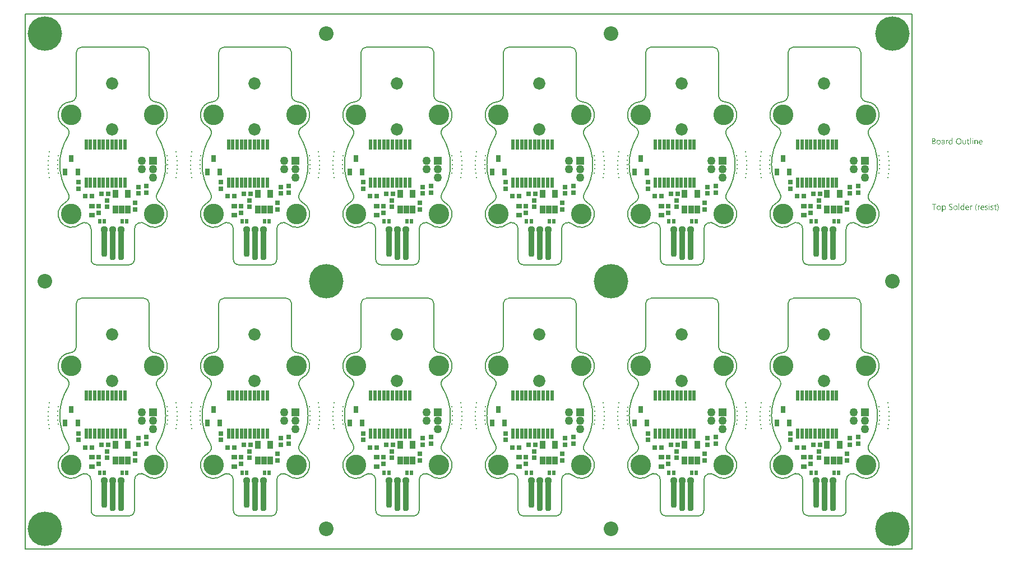
<source format=gts>
G04*
G04 #@! TF.GenerationSoftware,Altium Limited,Altium Designer,21.8.1 (53)*
G04*
G04 Layer_Color=8388736*
%FSAX25Y25*%
%MOIN*%
G70*
G04*
G04 #@! TF.SameCoordinates,360D38BB-5A27-4593-86B5-486E9D4ED2DC*
G04*
G04*
G04 #@! TF.FilePolarity,Negative*
G04*
G01*
G75*
G04:AMPARAMS|DCode=15|XSize=35.43mil|YSize=169.29mil|CornerRadius=13.82mil|HoleSize=0mil|Usage=FLASHONLY|Rotation=180.000|XOffset=0mil|YOffset=0mil|HoleType=Round|Shape=RoundedRectangle|*
%AMROUNDEDRECTD15*
21,1,0.03543,0.14165,0,0,180.0*
21,1,0.00780,0.16929,0,0,180.0*
1,1,0.02764,-0.00390,0.07083*
1,1,0.02764,0.00390,0.07083*
1,1,0.02764,0.00390,-0.07083*
1,1,0.02764,-0.00390,-0.07083*
%
%ADD15ROUNDEDRECTD15*%
G04:AMPARAMS|DCode=16|XSize=35.43mil|YSize=188.98mil|CornerRadius=13.82mil|HoleSize=0mil|Usage=FLASHONLY|Rotation=180.000|XOffset=0mil|YOffset=0mil|HoleType=Round|Shape=RoundedRectangle|*
%AMROUNDEDRECTD16*
21,1,0.03543,0.16134,0,0,180.0*
21,1,0.00780,0.18898,0,0,180.0*
1,1,0.02764,-0.00390,0.08067*
1,1,0.02764,0.00390,0.08067*
1,1,0.02764,0.00390,-0.08067*
1,1,0.02764,-0.00390,-0.08067*
%
%ADD16ROUNDEDRECTD16*%
%ADD22C,0.00787*%
%ADD30C,0.04370*%
%ADD45C,0.08674*%
%ADD46R,0.02953X0.04134*%
%ADD47R,0.03347X0.04528*%
%ADD48R,0.02165X0.05906*%
%ADD49R,0.02756X0.02559*%
%ADD50R,0.01968X0.03150*%
%ADD51R,0.03740X0.02953*%
%ADD52R,0.02756X0.02559*%
%ADD53R,0.02559X0.02756*%
%ADD54R,0.02559X0.02756*%
%ADD55C,0.00800*%
%ADD56C,0.20485*%
%ADD57C,0.07284*%
%ADD58C,0.12205*%
%ADD59C,0.00591*%
%ADD60R,0.04961X0.04961*%
%ADD61C,0.04961*%
G36*
X0543894Y0224783D02*
X0543919D01*
X0543975Y0224758D01*
X0544005Y0224740D01*
X0544036Y0224715D01*
X0544043Y0224709D01*
X0544049Y0224703D01*
X0544080Y0224666D01*
X0544105Y0224604D01*
X0544111Y0224567D01*
X0544117Y0224529D01*
Y0224523D01*
Y0224511D01*
X0544111Y0224492D01*
X0544105Y0224467D01*
X0544086Y0224406D01*
X0544061Y0224375D01*
X0544036Y0224344D01*
X0544030D01*
X0544024Y0224331D01*
X0543987Y0224307D01*
X0543931Y0224282D01*
X0543894Y0224276D01*
X0543857Y0224269D01*
X0543838D01*
X0543820Y0224276D01*
X0543795D01*
X0543733Y0224300D01*
X0543702Y0224313D01*
X0543671Y0224338D01*
Y0224344D01*
X0543659Y0224350D01*
X0543646Y0224368D01*
X0543634Y0224387D01*
X0543609Y0224449D01*
X0543603Y0224486D01*
X0543597Y0224529D01*
Y0224536D01*
Y0224548D01*
X0543603Y0224567D01*
X0543609Y0224598D01*
X0543628Y0224653D01*
X0543646Y0224684D01*
X0543671Y0224715D01*
X0543678Y0224721D01*
X0543684Y0224728D01*
X0543721Y0224752D01*
X0543783Y0224777D01*
X0543820Y0224789D01*
X0543876D01*
X0543894Y0224783D01*
D02*
G37*
G36*
X0531904Y0221119D02*
X0531502D01*
Y0221540D01*
X0531489D01*
Y0221533D01*
X0531477Y0221521D01*
X0531458Y0221496D01*
X0531440Y0221465D01*
X0531409Y0221428D01*
X0531372Y0221391D01*
X0531328Y0221348D01*
X0531279Y0221304D01*
X0531223Y0221255D01*
X0531155Y0221212D01*
X0531087Y0221174D01*
X0531006Y0221137D01*
X0530926Y0221106D01*
X0530833Y0221082D01*
X0530734Y0221069D01*
X0530629Y0221063D01*
X0530586D01*
X0530548Y0221069D01*
X0530511Y0221075D01*
X0530462Y0221082D01*
X0530357Y0221106D01*
X0530233Y0221144D01*
X0530109Y0221205D01*
X0530041Y0221242D01*
X0529985Y0221286D01*
X0529923Y0221341D01*
X0529868Y0221397D01*
Y0221403D01*
X0529855Y0221416D01*
X0529843Y0221434D01*
X0529824Y0221459D01*
X0529806Y0221490D01*
X0529781Y0221533D01*
X0529756Y0221583D01*
X0529731Y0221639D01*
X0529701Y0221701D01*
X0529676Y0221769D01*
X0529651Y0221843D01*
X0529632Y0221923D01*
X0529614Y0222010D01*
X0529601Y0222109D01*
X0529595Y0222208D01*
X0529589Y0222313D01*
Y0222320D01*
Y0222338D01*
Y0222375D01*
X0529595Y0222419D01*
X0529601Y0222468D01*
X0529608Y0222530D01*
X0529614Y0222598D01*
X0529626Y0222672D01*
X0529663Y0222833D01*
X0529719Y0223001D01*
X0529756Y0223081D01*
X0529800Y0223161D01*
X0529843Y0223236D01*
X0529899Y0223310D01*
X0529905Y0223316D01*
X0529911Y0223328D01*
X0529929Y0223347D01*
X0529954Y0223372D01*
X0529985Y0223397D01*
X0530028Y0223428D01*
X0530072Y0223465D01*
X0530121Y0223502D01*
X0530245Y0223570D01*
X0530387Y0223632D01*
X0530468Y0223650D01*
X0530555Y0223669D01*
X0530641Y0223681D01*
X0530740Y0223688D01*
X0530790D01*
X0530827Y0223681D01*
X0530864Y0223675D01*
X0530914Y0223669D01*
X0531025Y0223638D01*
X0531149Y0223588D01*
X0531211Y0223558D01*
X0531273Y0223514D01*
X0531335Y0223471D01*
X0531390Y0223415D01*
X0531440Y0223353D01*
X0531489Y0223279D01*
X0531502D01*
Y0224839D01*
X0531904D01*
Y0221119D01*
D02*
G37*
G36*
X0546172Y0223681D02*
X0546246Y0223675D01*
X0546339Y0223657D01*
X0546438Y0223626D01*
X0546543Y0223576D01*
X0546649Y0223508D01*
X0546692Y0223471D01*
X0546735Y0223421D01*
X0546748Y0223409D01*
X0546772Y0223372D01*
X0546803Y0223310D01*
X0546847Y0223223D01*
X0546884Y0223118D01*
X0546921Y0222988D01*
X0546946Y0222833D01*
X0546952Y0222654D01*
Y0221119D01*
X0546550D01*
Y0222549D01*
Y0222555D01*
Y0222586D01*
X0546543Y0222623D01*
Y0222672D01*
X0546531Y0222734D01*
X0546519Y0222802D01*
X0546500Y0222877D01*
X0546475Y0222951D01*
X0546444Y0223025D01*
X0546407Y0223093D01*
X0546358Y0223161D01*
X0546302Y0223223D01*
X0546240Y0223273D01*
X0546160Y0223310D01*
X0546073Y0223341D01*
X0545968Y0223347D01*
X0545955D01*
X0545918Y0223341D01*
X0545862Y0223335D01*
X0545794Y0223316D01*
X0545714Y0223291D01*
X0545627Y0223248D01*
X0545547Y0223192D01*
X0545466Y0223118D01*
X0545460Y0223106D01*
X0545435Y0223081D01*
X0545404Y0223031D01*
X0545367Y0222963D01*
X0545330Y0222883D01*
X0545299Y0222784D01*
X0545274Y0222672D01*
X0545268Y0222549D01*
Y0221119D01*
X0544866D01*
Y0223632D01*
X0545268D01*
Y0223211D01*
X0545281D01*
X0545287Y0223217D01*
X0545293Y0223230D01*
X0545312Y0223254D01*
X0545336Y0223285D01*
X0545361Y0223322D01*
X0545398Y0223359D01*
X0545442Y0223403D01*
X0545491Y0223452D01*
X0545547Y0223496D01*
X0545609Y0223539D01*
X0545677Y0223576D01*
X0545751Y0223613D01*
X0545825Y0223644D01*
X0545912Y0223669D01*
X0546005Y0223681D01*
X0546104Y0223688D01*
X0546141D01*
X0546172Y0223681D01*
D02*
G37*
G36*
X0529174Y0223669D02*
X0529249Y0223663D01*
X0529292Y0223650D01*
X0529323Y0223638D01*
Y0223223D01*
X0529317Y0223230D01*
X0529304Y0223236D01*
X0529280Y0223248D01*
X0529249Y0223267D01*
X0529205Y0223279D01*
X0529149Y0223291D01*
X0529088Y0223298D01*
X0529019Y0223304D01*
X0529007D01*
X0528976Y0223298D01*
X0528927Y0223291D01*
X0528871Y0223273D01*
X0528797Y0223242D01*
X0528729Y0223199D01*
X0528654Y0223137D01*
X0528586Y0223056D01*
X0528580Y0223044D01*
X0528561Y0223013D01*
X0528531Y0222957D01*
X0528500Y0222883D01*
X0528469Y0222790D01*
X0528438Y0222672D01*
X0528419Y0222542D01*
X0528413Y0222394D01*
Y0221119D01*
X0528011D01*
Y0223632D01*
X0528413D01*
Y0223112D01*
X0528425D01*
Y0223118D01*
X0528432Y0223124D01*
X0528444Y0223155D01*
X0528462Y0223205D01*
X0528493Y0223267D01*
X0528524Y0223328D01*
X0528574Y0223397D01*
X0528623Y0223465D01*
X0528685Y0223527D01*
X0528691Y0223533D01*
X0528716Y0223551D01*
X0528753Y0223576D01*
X0528803Y0223601D01*
X0528859Y0223626D01*
X0528927Y0223650D01*
X0529001Y0223669D01*
X0529081Y0223675D01*
X0529137D01*
X0529174Y0223669D01*
D02*
G37*
G36*
X0539914Y0221119D02*
X0539512D01*
Y0221515D01*
X0539499D01*
Y0221509D01*
X0539487Y0221496D01*
X0539474Y0221472D01*
X0539450Y0221447D01*
X0539394Y0221373D01*
X0539307Y0221292D01*
X0539258Y0221249D01*
X0539202Y0221205D01*
X0539140Y0221168D01*
X0539066Y0221131D01*
X0538992Y0221106D01*
X0538911Y0221082D01*
X0538818Y0221069D01*
X0538726Y0221063D01*
X0538688D01*
X0538645Y0221069D01*
X0538583Y0221082D01*
X0538515Y0221094D01*
X0538441Y0221119D01*
X0538360Y0221150D01*
X0538280Y0221199D01*
X0538193Y0221255D01*
X0538113Y0221323D01*
X0538038Y0221410D01*
X0537970Y0221515D01*
X0537908Y0221633D01*
X0537865Y0221775D01*
X0537840Y0221942D01*
X0537828Y0222029D01*
Y0222128D01*
Y0223632D01*
X0538224D01*
Y0222190D01*
Y0222183D01*
Y0222159D01*
X0538230Y0222115D01*
X0538237Y0222066D01*
X0538243Y0222004D01*
X0538255Y0221942D01*
X0538274Y0221868D01*
X0538298Y0221793D01*
X0538336Y0221719D01*
X0538373Y0221651D01*
X0538422Y0221583D01*
X0538484Y0221521D01*
X0538552Y0221472D01*
X0538633Y0221434D01*
X0538732Y0221403D01*
X0538837Y0221397D01*
X0538849D01*
X0538886Y0221403D01*
X0538942Y0221410D01*
X0539004Y0221422D01*
X0539084Y0221453D01*
X0539165Y0221490D01*
X0539245Y0221540D01*
X0539320Y0221614D01*
X0539326Y0221626D01*
X0539351Y0221651D01*
X0539382Y0221701D01*
X0539419Y0221769D01*
X0539450Y0221849D01*
X0539481Y0221948D01*
X0539505Y0222060D01*
X0539512Y0222183D01*
Y0223632D01*
X0539914D01*
Y0221119D01*
D02*
G37*
G36*
X0544049D02*
X0543646D01*
Y0223632D01*
X0544049D01*
Y0221119D01*
D02*
G37*
G36*
X0542829D02*
X0542427D01*
Y0224839D01*
X0542829D01*
Y0221119D01*
D02*
G37*
G36*
X0526451Y0223681D02*
X0526506Y0223675D01*
X0526575Y0223657D01*
X0526649Y0223638D01*
X0526729Y0223607D01*
X0526816Y0223570D01*
X0526896Y0223520D01*
X0526977Y0223459D01*
X0527051Y0223384D01*
X0527119Y0223291D01*
X0527175Y0223186D01*
X0527218Y0223062D01*
X0527243Y0222920D01*
X0527255Y0222753D01*
Y0221119D01*
X0526853D01*
Y0221509D01*
X0526841D01*
Y0221502D01*
X0526828Y0221490D01*
X0526816Y0221465D01*
X0526791Y0221441D01*
X0526729Y0221366D01*
X0526649Y0221286D01*
X0526537Y0221205D01*
X0526407Y0221131D01*
X0526327Y0221106D01*
X0526246Y0221082D01*
X0526160Y0221069D01*
X0526067Y0221063D01*
X0526030D01*
X0526005Y0221069D01*
X0525937Y0221075D01*
X0525856Y0221088D01*
X0525757Y0221112D01*
X0525665Y0221144D01*
X0525565Y0221193D01*
X0525479Y0221255D01*
X0525473Y0221267D01*
X0525448Y0221292D01*
X0525411Y0221335D01*
X0525374Y0221397D01*
X0525337Y0221472D01*
X0525299Y0221558D01*
X0525275Y0221663D01*
X0525268Y0221781D01*
Y0221787D01*
Y0221812D01*
X0525275Y0221849D01*
X0525281Y0221892D01*
X0525293Y0221948D01*
X0525312Y0222010D01*
X0525337Y0222078D01*
X0525374Y0222146D01*
X0525417Y0222220D01*
X0525473Y0222295D01*
X0525541Y0222363D01*
X0525621Y0222425D01*
X0525714Y0222487D01*
X0525826Y0222536D01*
X0525949Y0222573D01*
X0526098Y0222604D01*
X0526853Y0222709D01*
Y0222716D01*
Y0222734D01*
X0526847Y0222771D01*
Y0222809D01*
X0526834Y0222858D01*
X0526828Y0222914D01*
X0526791Y0223031D01*
X0526760Y0223087D01*
X0526729Y0223143D01*
X0526686Y0223199D01*
X0526636Y0223248D01*
X0526575Y0223291D01*
X0526506Y0223322D01*
X0526426Y0223341D01*
X0526333Y0223347D01*
X0526290D01*
X0526259Y0223341D01*
X0526216D01*
X0526172Y0223328D01*
X0526061Y0223310D01*
X0525937Y0223273D01*
X0525801Y0223217D01*
X0525727Y0223180D01*
X0525658Y0223143D01*
X0525584Y0223093D01*
X0525516Y0223038D01*
Y0223452D01*
X0525522D01*
X0525535Y0223465D01*
X0525553Y0223477D01*
X0525584Y0223489D01*
X0525615Y0223508D01*
X0525658Y0223527D01*
X0525708Y0223545D01*
X0525764Y0223570D01*
X0525887Y0223613D01*
X0526036Y0223650D01*
X0526197Y0223675D01*
X0526370Y0223688D01*
X0526407D01*
X0526451Y0223681D01*
D02*
G37*
G36*
X0520762Y0224628D02*
X0520805D01*
X0520849Y0224622D01*
X0520948Y0224610D01*
X0521065Y0224579D01*
X0521189Y0224542D01*
X0521307Y0224486D01*
X0521412Y0224412D01*
X0521418D01*
X0521424Y0224399D01*
X0521455Y0224375D01*
X0521499Y0224325D01*
X0521548Y0224257D01*
X0521592Y0224170D01*
X0521635Y0224071D01*
X0521666Y0223960D01*
X0521678Y0223898D01*
Y0223830D01*
Y0223824D01*
Y0223817D01*
Y0223780D01*
X0521672Y0223725D01*
X0521660Y0223657D01*
X0521641Y0223570D01*
X0521610Y0223483D01*
X0521573Y0223397D01*
X0521517Y0223310D01*
X0521511Y0223298D01*
X0521486Y0223273D01*
X0521449Y0223236D01*
X0521400Y0223186D01*
X0521338Y0223137D01*
X0521264Y0223081D01*
X0521171Y0223038D01*
X0521072Y0222994D01*
Y0222988D01*
X0521090D01*
X0521109Y0222982D01*
X0521127Y0222976D01*
X0521195Y0222963D01*
X0521276Y0222939D01*
X0521362Y0222901D01*
X0521455Y0222858D01*
X0521548Y0222796D01*
X0521635Y0222716D01*
X0521647Y0222703D01*
X0521672Y0222672D01*
X0521703Y0222629D01*
X0521746Y0222561D01*
X0521783Y0222474D01*
X0521821Y0222375D01*
X0521845Y0222258D01*
X0521851Y0222128D01*
Y0222122D01*
Y0222109D01*
Y0222084D01*
X0521845Y0222053D01*
X0521839Y0222016D01*
X0521833Y0221973D01*
X0521808Y0221868D01*
X0521771Y0221750D01*
X0521715Y0221626D01*
X0521678Y0221571D01*
X0521635Y0221509D01*
X0521579Y0221453D01*
X0521524Y0221397D01*
X0521517D01*
X0521511Y0221385D01*
X0521492Y0221373D01*
X0521468Y0221354D01*
X0521437Y0221335D01*
X0521393Y0221311D01*
X0521301Y0221261D01*
X0521183Y0221205D01*
X0521047Y0221162D01*
X0520886Y0221131D01*
X0520805Y0221125D01*
X0520713Y0221119D01*
X0519685D01*
Y0224635D01*
X0520731D01*
X0520762Y0224628D01*
D02*
G37*
G36*
X0541257Y0223632D02*
X0541895D01*
Y0223285D01*
X0541257D01*
Y0221868D01*
Y0221855D01*
Y0221824D01*
X0541263Y0221781D01*
X0541270Y0221725D01*
X0541294Y0221608D01*
X0541313Y0221552D01*
X0541344Y0221509D01*
X0541350Y0221502D01*
X0541362Y0221490D01*
X0541381Y0221478D01*
X0541412Y0221459D01*
X0541449Y0221434D01*
X0541499Y0221422D01*
X0541561Y0221410D01*
X0541629Y0221403D01*
X0541653D01*
X0541684Y0221410D01*
X0541721Y0221416D01*
X0541808Y0221441D01*
X0541851Y0221459D01*
X0541895Y0221484D01*
Y0221137D01*
X0541889D01*
X0541870Y0221125D01*
X0541839Y0221119D01*
X0541796Y0221106D01*
X0541740Y0221094D01*
X0541678Y0221082D01*
X0541604Y0221075D01*
X0541517Y0221069D01*
X0541486D01*
X0541455Y0221075D01*
X0541412Y0221082D01*
X0541362Y0221094D01*
X0541307Y0221106D01*
X0541251Y0221131D01*
X0541189Y0221162D01*
X0541127Y0221199D01*
X0541065Y0221249D01*
X0541010Y0221304D01*
X0540960Y0221379D01*
X0540917Y0221459D01*
X0540886Y0221558D01*
X0540861Y0221670D01*
X0540855Y0221800D01*
Y0223285D01*
X0540428D01*
Y0223632D01*
X0540855D01*
Y0224245D01*
X0541257Y0224375D01*
Y0223632D01*
D02*
G37*
G36*
X0548784Y0223681D02*
X0548828Y0223675D01*
X0548871Y0223669D01*
X0548982Y0223650D01*
X0549106Y0223607D01*
X0549230Y0223551D01*
X0549292Y0223514D01*
X0549354Y0223471D01*
X0549409Y0223421D01*
X0549465Y0223366D01*
X0549471Y0223359D01*
X0549477Y0223353D01*
X0549490Y0223335D01*
X0549508Y0223310D01*
X0549527Y0223273D01*
X0549552Y0223236D01*
X0549577Y0223192D01*
X0549601Y0223137D01*
X0549626Y0223075D01*
X0549651Y0223013D01*
X0549676Y0222939D01*
X0549694Y0222858D01*
X0549713Y0222771D01*
X0549725Y0222685D01*
X0549738Y0222586D01*
Y0222481D01*
Y0222270D01*
X0547961D01*
Y0222264D01*
Y0222252D01*
Y0222233D01*
X0547967Y0222202D01*
X0547973Y0222165D01*
Y0222128D01*
X0547992Y0222029D01*
X0548023Y0221930D01*
X0548060Y0221818D01*
X0548116Y0221713D01*
X0548184Y0221620D01*
X0548196Y0221608D01*
X0548221Y0221583D01*
X0548270Y0221552D01*
X0548339Y0221509D01*
X0548425Y0221465D01*
X0548524Y0221434D01*
X0548642Y0221410D01*
X0548778Y0221397D01*
X0548821D01*
X0548852Y0221403D01*
X0548889D01*
X0548933Y0221410D01*
X0549038Y0221434D01*
X0549156Y0221465D01*
X0549286Y0221515D01*
X0549422Y0221583D01*
X0549490Y0221626D01*
X0549558Y0221676D01*
Y0221298D01*
X0549552D01*
X0549546Y0221286D01*
X0549527Y0221280D01*
X0549496Y0221261D01*
X0549465Y0221242D01*
X0549428Y0221224D01*
X0549378Y0221205D01*
X0549329Y0221181D01*
X0549267Y0221156D01*
X0549199Y0221137D01*
X0549050Y0221100D01*
X0548877Y0221075D01*
X0548685Y0221063D01*
X0548636D01*
X0548598Y0221069D01*
X0548555Y0221075D01*
X0548499Y0221082D01*
X0548382Y0221106D01*
X0548246Y0221144D01*
X0548109Y0221205D01*
X0548041Y0221249D01*
X0547973Y0221292D01*
X0547911Y0221341D01*
X0547850Y0221403D01*
X0547843Y0221410D01*
X0547837Y0221422D01*
X0547825Y0221441D01*
X0547800Y0221465D01*
X0547781Y0221502D01*
X0547757Y0221546D01*
X0547726Y0221595D01*
X0547701Y0221651D01*
X0547670Y0221713D01*
X0547645Y0221787D01*
X0547614Y0221868D01*
X0547596Y0221954D01*
X0547577Y0222047D01*
X0547559Y0222146D01*
X0547552Y0222252D01*
X0547546Y0222363D01*
Y0222369D01*
Y0222388D01*
Y0222419D01*
X0547552Y0222462D01*
X0547559Y0222512D01*
X0547565Y0222567D01*
X0547571Y0222635D01*
X0547589Y0222703D01*
X0547627Y0222852D01*
X0547682Y0223013D01*
X0547719Y0223093D01*
X0547769Y0223168D01*
X0547819Y0223248D01*
X0547874Y0223316D01*
X0547881Y0223322D01*
X0547893Y0223335D01*
X0547911Y0223353D01*
X0547936Y0223372D01*
X0547967Y0223403D01*
X0548004Y0223434D01*
X0548054Y0223465D01*
X0548103Y0223502D01*
X0548221Y0223570D01*
X0548363Y0223632D01*
X0548444Y0223650D01*
X0548524Y0223669D01*
X0548611Y0223681D01*
X0548704Y0223688D01*
X0548753D01*
X0548784Y0223681D01*
D02*
G37*
G36*
X0535742Y0224690D02*
X0535804Y0224684D01*
X0535878Y0224672D01*
X0535958Y0224653D01*
X0536045Y0224635D01*
X0536132Y0224610D01*
X0536231Y0224579D01*
X0536324Y0224536D01*
X0536423Y0224486D01*
X0536522Y0224430D01*
X0536615Y0224362D01*
X0536707Y0224288D01*
X0536794Y0224201D01*
X0536800Y0224195D01*
X0536813Y0224177D01*
X0536837Y0224152D01*
X0536862Y0224115D01*
X0536899Y0224065D01*
X0536937Y0224003D01*
X0536974Y0223935D01*
X0537017Y0223861D01*
X0537060Y0223768D01*
X0537098Y0223675D01*
X0537135Y0223570D01*
X0537172Y0223452D01*
X0537196Y0223335D01*
X0537221Y0223205D01*
X0537234Y0223062D01*
X0537240Y0222920D01*
Y0222908D01*
Y0222883D01*
Y0222839D01*
X0537234Y0222778D01*
X0537227Y0222703D01*
X0537215Y0222623D01*
X0537203Y0222530D01*
X0537184Y0222425D01*
X0537159Y0222320D01*
X0537128Y0222208D01*
X0537091Y0222097D01*
X0537048Y0221985D01*
X0536992Y0221868D01*
X0536930Y0221762D01*
X0536862Y0221657D01*
X0536782Y0221558D01*
X0536776Y0221552D01*
X0536763Y0221540D01*
X0536732Y0221515D01*
X0536701Y0221484D01*
X0536652Y0221441D01*
X0536596Y0221403D01*
X0536534Y0221354D01*
X0536460Y0221311D01*
X0536379Y0221267D01*
X0536287Y0221218D01*
X0536188Y0221181D01*
X0536076Y0221144D01*
X0535958Y0221106D01*
X0535835Y0221082D01*
X0535705Y0221069D01*
X0535562Y0221063D01*
X0535531D01*
X0535488Y0221069D01*
X0535439D01*
X0535377Y0221075D01*
X0535302Y0221088D01*
X0535222Y0221106D01*
X0535129Y0221125D01*
X0535036Y0221150D01*
X0534937Y0221181D01*
X0534838Y0221224D01*
X0534739Y0221267D01*
X0534640Y0221323D01*
X0534541Y0221391D01*
X0534448Y0221465D01*
X0534362Y0221552D01*
X0534355Y0221558D01*
X0534343Y0221577D01*
X0534318Y0221602D01*
X0534293Y0221639D01*
X0534256Y0221688D01*
X0534219Y0221750D01*
X0534182Y0221818D01*
X0534139Y0221899D01*
X0534095Y0221985D01*
X0534058Y0222078D01*
X0534021Y0222183D01*
X0533984Y0222301D01*
X0533959Y0222419D01*
X0533934Y0222549D01*
X0533922Y0222691D01*
X0533916Y0222833D01*
Y0222846D01*
Y0222870D01*
X0533922Y0222914D01*
Y0222976D01*
X0533928Y0223044D01*
X0533941Y0223130D01*
X0533953Y0223223D01*
X0533972Y0223322D01*
X0533996Y0223428D01*
X0534027Y0223539D01*
X0534064Y0223650D01*
X0534108Y0223762D01*
X0534163Y0223873D01*
X0534225Y0223985D01*
X0534293Y0224090D01*
X0534374Y0224189D01*
X0534380Y0224195D01*
X0534392Y0224214D01*
X0534423Y0224238D01*
X0534461Y0224269D01*
X0534504Y0224307D01*
X0534560Y0224350D01*
X0534628Y0224393D01*
X0534702Y0224443D01*
X0534789Y0224492D01*
X0534881Y0224536D01*
X0534980Y0224579D01*
X0535092Y0224616D01*
X0535216Y0224647D01*
X0535346Y0224678D01*
X0535482Y0224690D01*
X0535624Y0224696D01*
X0535692D01*
X0535742Y0224690D01*
D02*
G37*
G36*
X0523715Y0223681D02*
X0523758Y0223675D01*
X0523814Y0223669D01*
X0523938Y0223644D01*
X0524080Y0223601D01*
X0524222Y0223539D01*
X0524297Y0223502D01*
X0524365Y0223459D01*
X0524433Y0223403D01*
X0524495Y0223341D01*
X0524501Y0223335D01*
X0524507Y0223322D01*
X0524526Y0223304D01*
X0524544Y0223279D01*
X0524569Y0223242D01*
X0524594Y0223199D01*
X0524625Y0223149D01*
X0524656Y0223093D01*
X0524680Y0223025D01*
X0524711Y0222957D01*
X0524736Y0222877D01*
X0524761Y0222790D01*
X0524779Y0222697D01*
X0524798Y0222598D01*
X0524804Y0222493D01*
X0524810Y0222381D01*
Y0222375D01*
Y0222357D01*
Y0222326D01*
X0524804Y0222282D01*
X0524798Y0222233D01*
X0524792Y0222171D01*
X0524779Y0222109D01*
X0524767Y0222035D01*
X0524730Y0221886D01*
X0524668Y0221725D01*
X0524631Y0221645D01*
X0524581Y0221564D01*
X0524532Y0221490D01*
X0524470Y0221422D01*
X0524464Y0221416D01*
X0524451Y0221410D01*
X0524433Y0221391D01*
X0524408Y0221366D01*
X0524371Y0221341D01*
X0524334Y0221311D01*
X0524284Y0221273D01*
X0524228Y0221242D01*
X0524167Y0221212D01*
X0524098Y0221174D01*
X0524024Y0221144D01*
X0523944Y0221119D01*
X0523857Y0221094D01*
X0523764Y0221082D01*
X0523665Y0221069D01*
X0523560Y0221063D01*
X0523504D01*
X0523467Y0221069D01*
X0523424Y0221075D01*
X0523368Y0221082D01*
X0523306Y0221094D01*
X0523238Y0221106D01*
X0523096Y0221150D01*
X0522947Y0221212D01*
X0522873Y0221249D01*
X0522805Y0221298D01*
X0522737Y0221348D01*
X0522669Y0221410D01*
X0522662Y0221416D01*
X0522656Y0221428D01*
X0522638Y0221447D01*
X0522619Y0221472D01*
X0522594Y0221509D01*
X0522563Y0221552D01*
X0522532Y0221602D01*
X0522508Y0221657D01*
X0522477Y0221725D01*
X0522446Y0221793D01*
X0522415Y0221868D01*
X0522390Y0221954D01*
X0522353Y0222140D01*
X0522347Y0222239D01*
X0522340Y0222344D01*
Y0222351D01*
Y0222375D01*
Y0222406D01*
X0522347Y0222449D01*
X0522353Y0222499D01*
X0522359Y0222561D01*
X0522371Y0222629D01*
X0522384Y0222703D01*
X0522421Y0222864D01*
X0522483Y0223025D01*
X0522526Y0223106D01*
X0522570Y0223186D01*
X0522619Y0223260D01*
X0522681Y0223328D01*
X0522687Y0223335D01*
X0522700Y0223347D01*
X0522718Y0223359D01*
X0522743Y0223384D01*
X0522780Y0223409D01*
X0522823Y0223440D01*
X0522873Y0223477D01*
X0522929Y0223508D01*
X0522991Y0223539D01*
X0523065Y0223576D01*
X0523139Y0223607D01*
X0523226Y0223632D01*
X0523312Y0223657D01*
X0523411Y0223675D01*
X0523517Y0223681D01*
X0523622Y0223688D01*
X0523678D01*
X0523715Y0223681D01*
D02*
G37*
G36*
X0553712Y0185721D02*
X0553736D01*
X0553792Y0185697D01*
X0553823Y0185678D01*
X0553854Y0185653D01*
X0553860Y0185647D01*
X0553866Y0185641D01*
X0553897Y0185604D01*
X0553922Y0185542D01*
X0553928Y0185505D01*
X0553934Y0185468D01*
Y0185461D01*
Y0185449D01*
X0553928Y0185430D01*
X0553922Y0185406D01*
X0553903Y0185344D01*
X0553879Y0185313D01*
X0553854Y0185282D01*
X0553848D01*
X0553841Y0185269D01*
X0553804Y0185245D01*
X0553749Y0185220D01*
X0553712Y0185214D01*
X0553674Y0185208D01*
X0553656D01*
X0553637Y0185214D01*
X0553612D01*
X0553550Y0185239D01*
X0553520Y0185251D01*
X0553489Y0185276D01*
Y0185282D01*
X0553476Y0185288D01*
X0553464Y0185307D01*
X0553451Y0185325D01*
X0553427Y0185387D01*
X0553420Y0185424D01*
X0553414Y0185468D01*
Y0185474D01*
Y0185486D01*
X0553420Y0185505D01*
X0553427Y0185536D01*
X0553445Y0185591D01*
X0553464Y0185622D01*
X0553489Y0185653D01*
X0553495Y0185659D01*
X0553501Y0185666D01*
X0553538Y0185690D01*
X0553600Y0185715D01*
X0553637Y0185728D01*
X0553693D01*
X0553712Y0185721D01*
D02*
G37*
G36*
X0531143Y0185628D02*
X0531192D01*
X0531304Y0185616D01*
X0531427Y0185604D01*
X0531551Y0185579D01*
X0531669Y0185548D01*
X0531718Y0185529D01*
X0531768Y0185505D01*
Y0185040D01*
X0531762D01*
X0531755Y0185053D01*
X0531737Y0185059D01*
X0531712Y0185078D01*
X0531681Y0185090D01*
X0531644Y0185108D01*
X0531551Y0185152D01*
X0531440Y0185189D01*
X0531304Y0185226D01*
X0531143Y0185251D01*
X0530969Y0185257D01*
X0530920D01*
X0530883Y0185251D01*
X0530846D01*
X0530796Y0185245D01*
X0530697Y0185226D01*
X0530691D01*
X0530672Y0185220D01*
X0530648Y0185214D01*
X0530617Y0185208D01*
X0530542Y0185177D01*
X0530456Y0185140D01*
X0530449D01*
X0530437Y0185127D01*
X0530418Y0185115D01*
X0530394Y0185096D01*
X0530338Y0185040D01*
X0530282Y0184972D01*
Y0184966D01*
X0530270Y0184954D01*
X0530264Y0184935D01*
X0530251Y0184904D01*
X0530239Y0184867D01*
X0530233Y0184830D01*
X0530220Y0184731D01*
Y0184725D01*
Y0184706D01*
Y0184681D01*
X0530227Y0184651D01*
X0530239Y0184576D01*
X0530270Y0184496D01*
Y0184490D01*
X0530282Y0184477D01*
X0530289Y0184459D01*
X0530307Y0184434D01*
X0530357Y0184378D01*
X0530418Y0184316D01*
X0530425Y0184310D01*
X0530437Y0184304D01*
X0530456Y0184285D01*
X0530487Y0184267D01*
X0530524Y0184242D01*
X0530561Y0184217D01*
X0530660Y0184155D01*
X0530666Y0184149D01*
X0530685Y0184143D01*
X0530716Y0184124D01*
X0530753Y0184106D01*
X0530802Y0184081D01*
X0530858Y0184056D01*
X0530982Y0183994D01*
X0530988Y0183988D01*
X0531013Y0183976D01*
X0531050Y0183957D01*
X0531099Y0183932D01*
X0531155Y0183908D01*
X0531217Y0183870D01*
X0531341Y0183796D01*
X0531347Y0183790D01*
X0531372Y0183778D01*
X0531403Y0183759D01*
X0531446Y0183728D01*
X0531539Y0183654D01*
X0531638Y0183567D01*
X0531644Y0183561D01*
X0531663Y0183549D01*
X0531681Y0183518D01*
X0531712Y0183487D01*
X0531743Y0183443D01*
X0531780Y0183400D01*
X0531842Y0183289D01*
X0531848Y0183282D01*
X0531855Y0183264D01*
X0531867Y0183233D01*
X0531879Y0183190D01*
X0531892Y0183140D01*
X0531904Y0183078D01*
X0531917Y0183016D01*
Y0182942D01*
Y0182930D01*
Y0182899D01*
X0531910Y0182849D01*
X0531904Y0182787D01*
X0531892Y0182719D01*
X0531873Y0182645D01*
X0531848Y0182571D01*
X0531811Y0182502D01*
X0531805Y0182496D01*
X0531793Y0182472D01*
X0531768Y0182441D01*
X0531743Y0182397D01*
X0531700Y0182354D01*
X0531657Y0182304D01*
X0531601Y0182255D01*
X0531539Y0182205D01*
X0531533Y0182199D01*
X0531508Y0182187D01*
X0531471Y0182168D01*
X0531421Y0182143D01*
X0531366Y0182119D01*
X0531297Y0182094D01*
X0531217Y0182069D01*
X0531137Y0182051D01*
X0531124D01*
X0531099Y0182044D01*
X0531056Y0182038D01*
X0530994Y0182026D01*
X0530926Y0182020D01*
X0530846Y0182007D01*
X0530759Y0182001D01*
X0530610D01*
X0530542Y0182007D01*
X0530456Y0182013D01*
X0530437D01*
X0530412Y0182020D01*
X0530381Y0182026D01*
X0530301Y0182032D01*
X0530208Y0182051D01*
X0530202D01*
X0530183Y0182057D01*
X0530159Y0182063D01*
X0530128Y0182069D01*
X0530053Y0182088D01*
X0529967Y0182113D01*
X0529960D01*
X0529948Y0182119D01*
X0529929Y0182125D01*
X0529905Y0182137D01*
X0529843Y0182162D01*
X0529781Y0182199D01*
Y0182682D01*
X0529787Y0182676D01*
X0529800Y0182670D01*
X0529812Y0182657D01*
X0529837Y0182639D01*
X0529905Y0182595D01*
X0529985Y0182546D01*
X0529991D01*
X0530004Y0182540D01*
X0530028Y0182527D01*
X0530059Y0182515D01*
X0530140Y0182478D01*
X0530227Y0182447D01*
X0530233D01*
X0530251Y0182441D01*
X0530276Y0182434D01*
X0530307Y0182428D01*
X0530394Y0182404D01*
X0530487Y0182385D01*
X0530511D01*
X0530536Y0182379D01*
X0530567D01*
X0530641Y0182372D01*
X0530728Y0182366D01*
X0530790D01*
X0530858Y0182372D01*
X0530945Y0182385D01*
X0531038Y0182397D01*
X0531130Y0182422D01*
X0531217Y0182459D01*
X0531297Y0182502D01*
X0531304Y0182509D01*
X0531328Y0182527D01*
X0531359Y0182564D01*
X0531390Y0182608D01*
X0531427Y0182664D01*
X0531452Y0182738D01*
X0531477Y0182818D01*
X0531483Y0182911D01*
Y0182917D01*
Y0182936D01*
Y0182961D01*
X0531477Y0182998D01*
X0531458Y0183078D01*
X0531421Y0183159D01*
Y0183165D01*
X0531409Y0183177D01*
X0531396Y0183196D01*
X0531378Y0183221D01*
X0531322Y0183282D01*
X0531248Y0183351D01*
X0531242Y0183357D01*
X0531229Y0183369D01*
X0531205Y0183381D01*
X0531174Y0183406D01*
X0531137Y0183431D01*
X0531093Y0183462D01*
X0530988Y0183518D01*
X0530982Y0183524D01*
X0530963Y0183530D01*
X0530932Y0183549D01*
X0530889Y0183567D01*
X0530846Y0183598D01*
X0530790Y0183623D01*
X0530660Y0183691D01*
X0530654Y0183697D01*
X0530629Y0183710D01*
X0530592Y0183728D01*
X0530548Y0183747D01*
X0530499Y0183778D01*
X0530443Y0183809D01*
X0530319Y0183877D01*
X0530313Y0183883D01*
X0530295Y0183895D01*
X0530264Y0183914D01*
X0530227Y0183939D01*
X0530134Y0184007D01*
X0530041Y0184087D01*
X0530035Y0184093D01*
X0530022Y0184106D01*
X0529998Y0184131D01*
X0529973Y0184161D01*
X0529942Y0184205D01*
X0529911Y0184248D01*
X0529855Y0184347D01*
Y0184353D01*
X0529843Y0184372D01*
X0529837Y0184403D01*
X0529824Y0184446D01*
X0529812Y0184496D01*
X0529800Y0184558D01*
X0529793Y0184619D01*
X0529787Y0184694D01*
Y0184706D01*
Y0184737D01*
X0529793Y0184780D01*
X0529800Y0184836D01*
X0529812Y0184904D01*
X0529830Y0184972D01*
X0529855Y0185040D01*
X0529892Y0185108D01*
X0529899Y0185115D01*
X0529911Y0185140D01*
X0529936Y0185170D01*
X0529967Y0185214D01*
X0530004Y0185257D01*
X0530053Y0185307D01*
X0530109Y0185356D01*
X0530171Y0185399D01*
X0530177Y0185406D01*
X0530202Y0185418D01*
X0530239Y0185443D01*
X0530282Y0185468D01*
X0530344Y0185492D01*
X0530406Y0185523D01*
X0530480Y0185548D01*
X0530561Y0185573D01*
X0530573D01*
X0530598Y0185585D01*
X0530641Y0185591D01*
X0530703Y0185604D01*
X0530771Y0185616D01*
X0530846Y0185622D01*
X0531013Y0185635D01*
X0531099D01*
X0531143Y0185628D01*
D02*
G37*
G36*
X0538874Y0182057D02*
X0538472D01*
Y0182478D01*
X0538459D01*
Y0182472D01*
X0538447Y0182459D01*
X0538428Y0182434D01*
X0538410Y0182404D01*
X0538379Y0182366D01*
X0538342Y0182329D01*
X0538298Y0182286D01*
X0538249Y0182243D01*
X0538193Y0182193D01*
X0538125Y0182150D01*
X0538057Y0182113D01*
X0537977Y0182075D01*
X0537896Y0182044D01*
X0537803Y0182020D01*
X0537704Y0182007D01*
X0537599Y0182001D01*
X0537556D01*
X0537518Y0182007D01*
X0537481Y0182013D01*
X0537432Y0182020D01*
X0537326Y0182044D01*
X0537203Y0182082D01*
X0537079Y0182143D01*
X0537011Y0182181D01*
X0536955Y0182224D01*
X0536893Y0182280D01*
X0536837Y0182335D01*
Y0182342D01*
X0536825Y0182354D01*
X0536813Y0182372D01*
X0536794Y0182397D01*
X0536776Y0182428D01*
X0536751Y0182472D01*
X0536726Y0182521D01*
X0536701Y0182577D01*
X0536670Y0182639D01*
X0536646Y0182707D01*
X0536621Y0182781D01*
X0536602Y0182862D01*
X0536584Y0182948D01*
X0536571Y0183047D01*
X0536565Y0183146D01*
X0536559Y0183252D01*
Y0183258D01*
Y0183276D01*
Y0183313D01*
X0536565Y0183357D01*
X0536571Y0183406D01*
X0536578Y0183468D01*
X0536584Y0183536D01*
X0536596Y0183610D01*
X0536633Y0183772D01*
X0536689Y0183939D01*
X0536726Y0184019D01*
X0536769Y0184099D01*
X0536813Y0184174D01*
X0536868Y0184248D01*
X0536875Y0184254D01*
X0536881Y0184267D01*
X0536899Y0184285D01*
X0536924Y0184310D01*
X0536955Y0184335D01*
X0536999Y0184366D01*
X0537042Y0184403D01*
X0537091Y0184440D01*
X0537215Y0184508D01*
X0537358Y0184570D01*
X0537438Y0184589D01*
X0537525Y0184607D01*
X0537611Y0184619D01*
X0537710Y0184626D01*
X0537760D01*
X0537797Y0184619D01*
X0537834Y0184613D01*
X0537884Y0184607D01*
X0537995Y0184576D01*
X0538119Y0184527D01*
X0538181Y0184496D01*
X0538243Y0184452D01*
X0538305Y0184409D01*
X0538360Y0184353D01*
X0538410Y0184291D01*
X0538459Y0184217D01*
X0538472D01*
Y0185777D01*
X0538874D01*
Y0182057D01*
D02*
G37*
G36*
X0526927Y0184619D02*
X0526971Y0184613D01*
X0527014Y0184607D01*
X0527125Y0184582D01*
X0527249Y0184545D01*
X0527373Y0184483D01*
X0527435Y0184446D01*
X0527497Y0184397D01*
X0527553Y0184347D01*
X0527608Y0184285D01*
X0527614Y0184279D01*
X0527621Y0184273D01*
X0527633Y0184248D01*
X0527652Y0184223D01*
X0527670Y0184192D01*
X0527695Y0184149D01*
X0527720Y0184099D01*
X0527744Y0184050D01*
X0527769Y0183988D01*
X0527794Y0183920D01*
X0527819Y0183846D01*
X0527837Y0183765D01*
X0527868Y0183586D01*
X0527881Y0183487D01*
Y0183381D01*
Y0183375D01*
Y0183357D01*
Y0183320D01*
X0527874Y0183276D01*
Y0183227D01*
X0527862Y0183165D01*
X0527856Y0183097D01*
X0527844Y0183022D01*
X0527806Y0182862D01*
X0527751Y0182694D01*
X0527713Y0182614D01*
X0527676Y0182534D01*
X0527627Y0182453D01*
X0527571Y0182379D01*
X0527565Y0182372D01*
X0527559Y0182360D01*
X0527540Y0182342D01*
X0527515Y0182323D01*
X0527484Y0182292D01*
X0527447Y0182261D01*
X0527404Y0182224D01*
X0527354Y0182193D01*
X0527299Y0182156D01*
X0527237Y0182119D01*
X0527088Y0182063D01*
X0527008Y0182038D01*
X0526927Y0182020D01*
X0526834Y0182007D01*
X0526735Y0182001D01*
X0526686D01*
X0526655Y0182007D01*
X0526612Y0182013D01*
X0526568Y0182026D01*
X0526457Y0182051D01*
X0526339Y0182100D01*
X0526271Y0182137D01*
X0526209Y0182175D01*
X0526147Y0182224D01*
X0526092Y0182280D01*
X0526030Y0182342D01*
X0525980Y0182416D01*
X0525968D01*
Y0180905D01*
X0525565D01*
Y0184570D01*
X0525968D01*
Y0184124D01*
X0525980D01*
X0525986Y0184131D01*
X0525993Y0184149D01*
X0526011Y0184174D01*
X0526036Y0184205D01*
X0526067Y0184242D01*
X0526104Y0184285D01*
X0526147Y0184329D01*
X0526203Y0184378D01*
X0526259Y0184421D01*
X0526321Y0184465D01*
X0526395Y0184508D01*
X0526469Y0184545D01*
X0526556Y0184582D01*
X0526649Y0184607D01*
X0526742Y0184619D01*
X0526847Y0184626D01*
X0526896D01*
X0526927Y0184619D01*
D02*
G37*
G36*
X0555618D02*
X0555698Y0184613D01*
X0555785Y0184601D01*
X0555884Y0184576D01*
X0555983Y0184551D01*
X0556082Y0184514D01*
Y0184106D01*
X0556070Y0184112D01*
X0556033Y0184137D01*
X0555977Y0184161D01*
X0555903Y0184199D01*
X0555810Y0184230D01*
X0555698Y0184260D01*
X0555575Y0184279D01*
X0555445Y0184285D01*
X0555377D01*
X0555315Y0184273D01*
X0555240Y0184260D01*
X0555234D01*
X0555228Y0184254D01*
X0555191Y0184242D01*
X0555141Y0184217D01*
X0555086Y0184186D01*
X0555073Y0184180D01*
X0555049Y0184155D01*
X0555018Y0184118D01*
X0554987Y0184075D01*
X0554980Y0184062D01*
X0554968Y0184031D01*
X0554956Y0183988D01*
X0554950Y0183932D01*
Y0183926D01*
Y0183914D01*
Y0183895D01*
X0554956Y0183877D01*
X0554968Y0183821D01*
X0554987Y0183765D01*
X0554993Y0183753D01*
X0555011Y0183728D01*
X0555049Y0183691D01*
X0555092Y0183648D01*
X0555098D01*
X0555104Y0183642D01*
X0555141Y0183617D01*
X0555191Y0183586D01*
X0555259Y0183555D01*
X0555265D01*
X0555277Y0183549D01*
X0555296Y0183543D01*
X0555327Y0183530D01*
X0555395Y0183505D01*
X0555482Y0183468D01*
X0555488D01*
X0555513Y0183456D01*
X0555544Y0183443D01*
X0555581Y0183431D01*
X0555680Y0183388D01*
X0555779Y0183338D01*
X0555785D01*
X0555804Y0183326D01*
X0555828Y0183313D01*
X0555859Y0183295D01*
X0555934Y0183245D01*
X0556008Y0183183D01*
X0556014Y0183177D01*
X0556027Y0183171D01*
X0556039Y0183152D01*
X0556064Y0183128D01*
X0556107Y0183066D01*
X0556150Y0182985D01*
Y0182979D01*
X0556156Y0182967D01*
X0556169Y0182942D01*
X0556175Y0182911D01*
X0556187Y0182874D01*
X0556194Y0182831D01*
X0556200Y0182725D01*
Y0182719D01*
Y0182694D01*
X0556194Y0182657D01*
X0556187Y0182614D01*
X0556181Y0182564D01*
X0556163Y0182509D01*
X0556144Y0182459D01*
X0556113Y0182404D01*
X0556107Y0182397D01*
X0556101Y0182379D01*
X0556082Y0182354D01*
X0556058Y0182323D01*
X0556027Y0182286D01*
X0555989Y0182249D01*
X0555897Y0182175D01*
X0555890Y0182168D01*
X0555872Y0182162D01*
X0555847Y0182143D01*
X0555804Y0182125D01*
X0555760Y0182100D01*
X0555705Y0182082D01*
X0555649Y0182063D01*
X0555581Y0182044D01*
X0555575D01*
X0555550Y0182038D01*
X0555513Y0182032D01*
X0555469Y0182026D01*
X0555407Y0182013D01*
X0555346Y0182007D01*
X0555203Y0182001D01*
X0555141D01*
X0555067Y0182007D01*
X0554974Y0182020D01*
X0554869Y0182038D01*
X0554758Y0182063D01*
X0554646Y0182094D01*
X0554535Y0182143D01*
Y0182577D01*
X0554541D01*
X0554547Y0182564D01*
X0554566Y0182552D01*
X0554590Y0182540D01*
X0554659Y0182502D01*
X0554751Y0182459D01*
X0554857Y0182410D01*
X0554980Y0182372D01*
X0555117Y0182348D01*
X0555259Y0182335D01*
X0555308D01*
X0555339Y0182342D01*
X0555426Y0182354D01*
X0555525Y0182379D01*
X0555618Y0182422D01*
X0555661Y0182453D01*
X0555705Y0182484D01*
X0555736Y0182527D01*
X0555760Y0182571D01*
X0555779Y0182626D01*
X0555785Y0182688D01*
Y0182694D01*
Y0182707D01*
Y0182725D01*
X0555779Y0182744D01*
X0555766Y0182800D01*
X0555742Y0182855D01*
Y0182862D01*
X0555736Y0182868D01*
X0555711Y0182899D01*
X0555674Y0182942D01*
X0555618Y0182979D01*
X0555612D01*
X0555606Y0182992D01*
X0555569Y0183010D01*
X0555513Y0183047D01*
X0555439Y0183078D01*
X0555432D01*
X0555420Y0183084D01*
X0555401Y0183097D01*
X0555370Y0183109D01*
X0555302Y0183134D01*
X0555216Y0183171D01*
X0555209D01*
X0555185Y0183183D01*
X0555154Y0183196D01*
X0555117Y0183208D01*
X0555018Y0183252D01*
X0554918Y0183301D01*
X0554912Y0183307D01*
X0554900Y0183313D01*
X0554875Y0183326D01*
X0554844Y0183344D01*
X0554776Y0183394D01*
X0554708Y0183450D01*
X0554702Y0183456D01*
X0554696Y0183462D01*
X0554677Y0183481D01*
X0554659Y0183505D01*
X0554615Y0183567D01*
X0554578Y0183642D01*
Y0183648D01*
X0554572Y0183660D01*
X0554566Y0183685D01*
X0554560Y0183716D01*
X0554553Y0183753D01*
X0554547Y0183796D01*
X0554541Y0183902D01*
Y0183908D01*
Y0183932D01*
X0554547Y0183963D01*
X0554553Y0184007D01*
X0554560Y0184056D01*
X0554578Y0184106D01*
X0554597Y0184161D01*
X0554621Y0184211D01*
X0554628Y0184217D01*
X0554634Y0184236D01*
X0554652Y0184260D01*
X0554677Y0184291D01*
X0554745Y0184366D01*
X0554832Y0184440D01*
X0554838Y0184446D01*
X0554857Y0184452D01*
X0554881Y0184471D01*
X0554925Y0184490D01*
X0554968Y0184514D01*
X0555018Y0184539D01*
X0555141Y0184576D01*
X0555148D01*
X0555172Y0184582D01*
X0555203Y0184595D01*
X0555253Y0184601D01*
X0555302Y0184613D01*
X0555364Y0184619D01*
X0555500Y0184626D01*
X0555556D01*
X0555618Y0184619D01*
D02*
G37*
G36*
X0552263D02*
X0552344Y0184613D01*
X0552430Y0184601D01*
X0552529Y0184576D01*
X0552628Y0184551D01*
X0552727Y0184514D01*
Y0184106D01*
X0552715Y0184112D01*
X0552678Y0184137D01*
X0552622Y0184161D01*
X0552548Y0184199D01*
X0552455Y0184230D01*
X0552344Y0184260D01*
X0552220Y0184279D01*
X0552090Y0184285D01*
X0552022D01*
X0551960Y0184273D01*
X0551885Y0184260D01*
X0551879D01*
X0551873Y0184254D01*
X0551836Y0184242D01*
X0551786Y0184217D01*
X0551731Y0184186D01*
X0551718Y0184180D01*
X0551693Y0184155D01*
X0551663Y0184118D01*
X0551632Y0184075D01*
X0551625Y0184062D01*
X0551613Y0184031D01*
X0551601Y0183988D01*
X0551594Y0183932D01*
Y0183926D01*
Y0183914D01*
Y0183895D01*
X0551601Y0183877D01*
X0551613Y0183821D01*
X0551632Y0183765D01*
X0551638Y0183753D01*
X0551656Y0183728D01*
X0551693Y0183691D01*
X0551737Y0183648D01*
X0551743D01*
X0551749Y0183642D01*
X0551786Y0183617D01*
X0551836Y0183586D01*
X0551904Y0183555D01*
X0551910D01*
X0551923Y0183549D01*
X0551941Y0183543D01*
X0551972Y0183530D01*
X0552040Y0183505D01*
X0552127Y0183468D01*
X0552133D01*
X0552158Y0183456D01*
X0552189Y0183443D01*
X0552226Y0183431D01*
X0552325Y0183388D01*
X0552424Y0183338D01*
X0552430D01*
X0552449Y0183326D01*
X0552473Y0183313D01*
X0552504Y0183295D01*
X0552579Y0183245D01*
X0552653Y0183183D01*
X0552659Y0183177D01*
X0552671Y0183171D01*
X0552684Y0183152D01*
X0552709Y0183128D01*
X0552752Y0183066D01*
X0552795Y0182985D01*
Y0182979D01*
X0552802Y0182967D01*
X0552814Y0182942D01*
X0552820Y0182911D01*
X0552833Y0182874D01*
X0552839Y0182831D01*
X0552845Y0182725D01*
Y0182719D01*
Y0182694D01*
X0552839Y0182657D01*
X0552833Y0182614D01*
X0552826Y0182564D01*
X0552808Y0182509D01*
X0552789Y0182459D01*
X0552758Y0182404D01*
X0552752Y0182397D01*
X0552746Y0182379D01*
X0552727Y0182354D01*
X0552703Y0182323D01*
X0552671Y0182286D01*
X0552634Y0182249D01*
X0552542Y0182175D01*
X0552535Y0182168D01*
X0552517Y0182162D01*
X0552492Y0182143D01*
X0552449Y0182125D01*
X0552405Y0182100D01*
X0552350Y0182082D01*
X0552294Y0182063D01*
X0552226Y0182044D01*
X0552220D01*
X0552195Y0182038D01*
X0552158Y0182032D01*
X0552114Y0182026D01*
X0552052Y0182013D01*
X0551991Y0182007D01*
X0551848Y0182001D01*
X0551786D01*
X0551712Y0182007D01*
X0551619Y0182020D01*
X0551514Y0182038D01*
X0551403Y0182063D01*
X0551291Y0182094D01*
X0551180Y0182143D01*
Y0182577D01*
X0551186D01*
X0551192Y0182564D01*
X0551211Y0182552D01*
X0551235Y0182540D01*
X0551303Y0182502D01*
X0551396Y0182459D01*
X0551502Y0182410D01*
X0551625Y0182372D01*
X0551762Y0182348D01*
X0551904Y0182335D01*
X0551954D01*
X0551985Y0182342D01*
X0552071Y0182354D01*
X0552170Y0182379D01*
X0552263Y0182422D01*
X0552306Y0182453D01*
X0552350Y0182484D01*
X0552381Y0182527D01*
X0552405Y0182571D01*
X0552424Y0182626D01*
X0552430Y0182688D01*
Y0182694D01*
Y0182707D01*
Y0182725D01*
X0552424Y0182744D01*
X0552412Y0182800D01*
X0552387Y0182855D01*
Y0182862D01*
X0552381Y0182868D01*
X0552356Y0182899D01*
X0552319Y0182942D01*
X0552263Y0182979D01*
X0552257D01*
X0552251Y0182992D01*
X0552213Y0183010D01*
X0552158Y0183047D01*
X0552083Y0183078D01*
X0552077D01*
X0552065Y0183084D01*
X0552046Y0183097D01*
X0552015Y0183109D01*
X0551947Y0183134D01*
X0551861Y0183171D01*
X0551855D01*
X0551830Y0183183D01*
X0551799Y0183196D01*
X0551762Y0183208D01*
X0551663Y0183252D01*
X0551564Y0183301D01*
X0551557Y0183307D01*
X0551545Y0183313D01*
X0551520Y0183326D01*
X0551489Y0183344D01*
X0551421Y0183394D01*
X0551353Y0183450D01*
X0551347Y0183456D01*
X0551341Y0183462D01*
X0551322Y0183481D01*
X0551303Y0183505D01*
X0551260Y0183567D01*
X0551223Y0183642D01*
Y0183648D01*
X0551217Y0183660D01*
X0551211Y0183685D01*
X0551204Y0183716D01*
X0551198Y0183753D01*
X0551192Y0183796D01*
X0551186Y0183902D01*
Y0183908D01*
Y0183932D01*
X0551192Y0183963D01*
X0551198Y0184007D01*
X0551204Y0184056D01*
X0551223Y0184106D01*
X0551242Y0184161D01*
X0551266Y0184211D01*
X0551273Y0184217D01*
X0551279Y0184236D01*
X0551297Y0184260D01*
X0551322Y0184291D01*
X0551390Y0184366D01*
X0551477Y0184440D01*
X0551483Y0184446D01*
X0551502Y0184452D01*
X0551526Y0184471D01*
X0551570Y0184490D01*
X0551613Y0184514D01*
X0551663Y0184539D01*
X0551786Y0184576D01*
X0551793D01*
X0551817Y0184582D01*
X0551848Y0184595D01*
X0551898Y0184601D01*
X0551947Y0184613D01*
X0552009Y0184619D01*
X0552145Y0184626D01*
X0552201D01*
X0552263Y0184619D01*
D02*
G37*
G36*
X0548116Y0184607D02*
X0548190Y0184601D01*
X0548233Y0184589D01*
X0548264Y0184576D01*
Y0184161D01*
X0548258Y0184168D01*
X0548246Y0184174D01*
X0548221Y0184186D01*
X0548190Y0184205D01*
X0548147Y0184217D01*
X0548091Y0184230D01*
X0548029Y0184236D01*
X0547961Y0184242D01*
X0547949D01*
X0547918Y0184236D01*
X0547868Y0184230D01*
X0547812Y0184211D01*
X0547738Y0184180D01*
X0547670Y0184137D01*
X0547596Y0184075D01*
X0547528Y0183994D01*
X0547521Y0183982D01*
X0547503Y0183951D01*
X0547472Y0183895D01*
X0547441Y0183821D01*
X0547410Y0183728D01*
X0547379Y0183610D01*
X0547361Y0183481D01*
X0547354Y0183332D01*
Y0182057D01*
X0546952D01*
Y0184570D01*
X0547354D01*
Y0184050D01*
X0547367D01*
Y0184056D01*
X0547373Y0184062D01*
X0547385Y0184093D01*
X0547404Y0184143D01*
X0547435Y0184205D01*
X0547466Y0184267D01*
X0547515Y0184335D01*
X0547565Y0184403D01*
X0547627Y0184465D01*
X0547633Y0184471D01*
X0547658Y0184490D01*
X0547695Y0184514D01*
X0547744Y0184539D01*
X0547800Y0184564D01*
X0547868Y0184589D01*
X0547942Y0184607D01*
X0548023Y0184613D01*
X0548079D01*
X0548116Y0184607D01*
D02*
G37*
G36*
X0543479D02*
X0543554Y0184601D01*
X0543597Y0184589D01*
X0543628Y0184576D01*
Y0184161D01*
X0543622Y0184168D01*
X0543609Y0184174D01*
X0543585Y0184186D01*
X0543554Y0184205D01*
X0543510Y0184217D01*
X0543455Y0184230D01*
X0543393Y0184236D01*
X0543325Y0184242D01*
X0543312D01*
X0543281Y0184236D01*
X0543232Y0184230D01*
X0543176Y0184211D01*
X0543102Y0184180D01*
X0543034Y0184137D01*
X0542959Y0184075D01*
X0542891Y0183994D01*
X0542885Y0183982D01*
X0542867Y0183951D01*
X0542836Y0183895D01*
X0542805Y0183821D01*
X0542774Y0183728D01*
X0542743Y0183610D01*
X0542724Y0183481D01*
X0542718Y0183332D01*
Y0182057D01*
X0542316D01*
Y0184570D01*
X0542718D01*
Y0184050D01*
X0542730D01*
Y0184056D01*
X0542737Y0184062D01*
X0542749Y0184093D01*
X0542767Y0184143D01*
X0542799Y0184205D01*
X0542829Y0184267D01*
X0542879Y0184335D01*
X0542929Y0184403D01*
X0542990Y0184465D01*
X0542997Y0184471D01*
X0543021Y0184490D01*
X0543058Y0184514D01*
X0543108Y0184539D01*
X0543164Y0184564D01*
X0543232Y0184589D01*
X0543306Y0184607D01*
X0543387Y0184613D01*
X0543442D01*
X0543479Y0184607D01*
D02*
G37*
G36*
X0553866Y0182057D02*
X0553464D01*
Y0184570D01*
X0553866D01*
Y0182057D01*
D02*
G37*
G36*
X0535909D02*
X0535507D01*
Y0185777D01*
X0535909D01*
Y0182057D01*
D02*
G37*
G36*
X0522124Y0185201D02*
X0521109D01*
Y0182057D01*
X0520700D01*
Y0185201D01*
X0519685D01*
Y0185573D01*
X0522124D01*
Y0185201D01*
D02*
G37*
G36*
X0557351Y0184570D02*
X0557989D01*
Y0184223D01*
X0557351D01*
Y0182806D01*
Y0182793D01*
Y0182763D01*
X0557357Y0182719D01*
X0557364Y0182664D01*
X0557388Y0182546D01*
X0557407Y0182490D01*
X0557438Y0182447D01*
X0557444Y0182441D01*
X0557456Y0182428D01*
X0557475Y0182416D01*
X0557506Y0182397D01*
X0557543Y0182372D01*
X0557593Y0182360D01*
X0557654Y0182348D01*
X0557723Y0182342D01*
X0557747D01*
X0557778Y0182348D01*
X0557815Y0182354D01*
X0557902Y0182379D01*
X0557945Y0182397D01*
X0557989Y0182422D01*
Y0182075D01*
X0557983D01*
X0557964Y0182063D01*
X0557933Y0182057D01*
X0557890Y0182044D01*
X0557834Y0182032D01*
X0557772Y0182020D01*
X0557698Y0182013D01*
X0557611Y0182007D01*
X0557580D01*
X0557549Y0182013D01*
X0557506Y0182020D01*
X0557456Y0182032D01*
X0557401Y0182044D01*
X0557345Y0182069D01*
X0557283Y0182100D01*
X0557221Y0182137D01*
X0557159Y0182187D01*
X0557104Y0182243D01*
X0557054Y0182317D01*
X0557011Y0182397D01*
X0556980Y0182496D01*
X0556955Y0182608D01*
X0556949Y0182738D01*
Y0184223D01*
X0556522D01*
Y0184570D01*
X0556949D01*
Y0185183D01*
X0557351Y0185313D01*
Y0184570D01*
D02*
G37*
G36*
X0549768Y0184619D02*
X0549812Y0184613D01*
X0549855Y0184607D01*
X0549966Y0184589D01*
X0550090Y0184545D01*
X0550214Y0184490D01*
X0550276Y0184452D01*
X0550338Y0184409D01*
X0550394Y0184360D01*
X0550449Y0184304D01*
X0550456Y0184298D01*
X0550462Y0184291D01*
X0550474Y0184273D01*
X0550493Y0184248D01*
X0550511Y0184211D01*
X0550536Y0184174D01*
X0550561Y0184131D01*
X0550586Y0184075D01*
X0550610Y0184013D01*
X0550635Y0183951D01*
X0550660Y0183877D01*
X0550678Y0183796D01*
X0550697Y0183710D01*
X0550709Y0183623D01*
X0550722Y0183524D01*
Y0183419D01*
Y0183208D01*
X0548945D01*
Y0183202D01*
Y0183190D01*
Y0183171D01*
X0548951Y0183140D01*
X0548957Y0183103D01*
Y0183066D01*
X0548976Y0182967D01*
X0549007Y0182868D01*
X0549044Y0182756D01*
X0549100Y0182651D01*
X0549168Y0182558D01*
X0549180Y0182546D01*
X0549205Y0182521D01*
X0549255Y0182490D01*
X0549323Y0182447D01*
X0549409Y0182404D01*
X0549508Y0182372D01*
X0549626Y0182348D01*
X0549762Y0182335D01*
X0549806D01*
X0549836Y0182342D01*
X0549874D01*
X0549917Y0182348D01*
X0550022Y0182372D01*
X0550140Y0182404D01*
X0550270Y0182453D01*
X0550406Y0182521D01*
X0550474Y0182564D01*
X0550542Y0182614D01*
Y0182236D01*
X0550536D01*
X0550530Y0182224D01*
X0550511Y0182218D01*
X0550480Y0182199D01*
X0550449Y0182181D01*
X0550412Y0182162D01*
X0550363Y0182143D01*
X0550313Y0182119D01*
X0550251Y0182094D01*
X0550183Y0182075D01*
X0550035Y0182038D01*
X0549861Y0182013D01*
X0549669Y0182001D01*
X0549620D01*
X0549583Y0182007D01*
X0549539Y0182013D01*
X0549484Y0182020D01*
X0549366Y0182044D01*
X0549230Y0182082D01*
X0549094Y0182143D01*
X0549026Y0182187D01*
X0548957Y0182230D01*
X0548896Y0182280D01*
X0548834Y0182342D01*
X0548828Y0182348D01*
X0548821Y0182360D01*
X0548809Y0182379D01*
X0548784Y0182404D01*
X0548766Y0182441D01*
X0548741Y0182484D01*
X0548710Y0182534D01*
X0548685Y0182589D01*
X0548654Y0182651D01*
X0548630Y0182725D01*
X0548598Y0182806D01*
X0548580Y0182893D01*
X0548561Y0182985D01*
X0548543Y0183084D01*
X0548537Y0183190D01*
X0548530Y0183301D01*
Y0183307D01*
Y0183326D01*
Y0183357D01*
X0548537Y0183400D01*
X0548543Y0183450D01*
X0548549Y0183505D01*
X0548555Y0183573D01*
X0548574Y0183642D01*
X0548611Y0183790D01*
X0548667Y0183951D01*
X0548704Y0184031D01*
X0548753Y0184106D01*
X0548803Y0184186D01*
X0548858Y0184254D01*
X0548865Y0184260D01*
X0548877Y0184273D01*
X0548896Y0184291D01*
X0548920Y0184310D01*
X0548951Y0184341D01*
X0548988Y0184372D01*
X0549038Y0184403D01*
X0549087Y0184440D01*
X0549205Y0184508D01*
X0549347Y0184570D01*
X0549428Y0184589D01*
X0549508Y0184607D01*
X0549595Y0184619D01*
X0549688Y0184626D01*
X0549738D01*
X0549768Y0184619D01*
D02*
G37*
G36*
X0540756D02*
X0540799Y0184613D01*
X0540842Y0184607D01*
X0540954Y0184589D01*
X0541078Y0184545D01*
X0541201Y0184490D01*
X0541263Y0184452D01*
X0541325Y0184409D01*
X0541381Y0184360D01*
X0541437Y0184304D01*
X0541443Y0184298D01*
X0541449Y0184291D01*
X0541461Y0184273D01*
X0541480Y0184248D01*
X0541499Y0184211D01*
X0541523Y0184174D01*
X0541548Y0184131D01*
X0541573Y0184075D01*
X0541598Y0184013D01*
X0541622Y0183951D01*
X0541647Y0183877D01*
X0541666Y0183796D01*
X0541684Y0183710D01*
X0541697Y0183623D01*
X0541709Y0183524D01*
Y0183419D01*
Y0183208D01*
X0539932D01*
Y0183202D01*
Y0183190D01*
Y0183171D01*
X0539939Y0183140D01*
X0539945Y0183103D01*
Y0183066D01*
X0539963Y0182967D01*
X0539994Y0182868D01*
X0540032Y0182756D01*
X0540087Y0182651D01*
X0540155Y0182558D01*
X0540168Y0182546D01*
X0540193Y0182521D01*
X0540242Y0182490D01*
X0540310Y0182447D01*
X0540397Y0182404D01*
X0540496Y0182372D01*
X0540613Y0182348D01*
X0540750Y0182335D01*
X0540793D01*
X0540824Y0182342D01*
X0540861D01*
X0540904Y0182348D01*
X0541010Y0182372D01*
X0541127Y0182404D01*
X0541257Y0182453D01*
X0541393Y0182521D01*
X0541461Y0182564D01*
X0541530Y0182614D01*
Y0182236D01*
X0541523D01*
X0541517Y0182224D01*
X0541499Y0182218D01*
X0541468Y0182199D01*
X0541437Y0182181D01*
X0541399Y0182162D01*
X0541350Y0182143D01*
X0541300Y0182119D01*
X0541239Y0182094D01*
X0541171Y0182075D01*
X0541022Y0182038D01*
X0540849Y0182013D01*
X0540657Y0182001D01*
X0540607D01*
X0540570Y0182007D01*
X0540527Y0182013D01*
X0540471Y0182020D01*
X0540353Y0182044D01*
X0540217Y0182082D01*
X0540081Y0182143D01*
X0540013Y0182187D01*
X0539945Y0182230D01*
X0539883Y0182280D01*
X0539821Y0182342D01*
X0539815Y0182348D01*
X0539809Y0182360D01*
X0539796Y0182379D01*
X0539772Y0182404D01*
X0539753Y0182441D01*
X0539728Y0182484D01*
X0539697Y0182534D01*
X0539673Y0182589D01*
X0539642Y0182651D01*
X0539617Y0182725D01*
X0539586Y0182806D01*
X0539567Y0182893D01*
X0539549Y0182985D01*
X0539530Y0183084D01*
X0539524Y0183190D01*
X0539518Y0183301D01*
Y0183307D01*
Y0183326D01*
Y0183357D01*
X0539524Y0183400D01*
X0539530Y0183450D01*
X0539536Y0183505D01*
X0539543Y0183573D01*
X0539561Y0183642D01*
X0539598Y0183790D01*
X0539654Y0183951D01*
X0539691Y0184031D01*
X0539741Y0184106D01*
X0539790Y0184186D01*
X0539846Y0184254D01*
X0539852Y0184260D01*
X0539864Y0184273D01*
X0539883Y0184291D01*
X0539908Y0184310D01*
X0539939Y0184341D01*
X0539976Y0184372D01*
X0540025Y0184403D01*
X0540075Y0184440D01*
X0540193Y0184508D01*
X0540335Y0184570D01*
X0540415Y0184589D01*
X0540496Y0184607D01*
X0540583Y0184619D01*
X0540675Y0184626D01*
X0540725D01*
X0540756Y0184619D01*
D02*
G37*
G36*
X0533767D02*
X0533811Y0184613D01*
X0533866Y0184607D01*
X0533990Y0184582D01*
X0534132Y0184539D01*
X0534275Y0184477D01*
X0534349Y0184440D01*
X0534417Y0184397D01*
X0534485Y0184341D01*
X0534547Y0184279D01*
X0534553Y0184273D01*
X0534560Y0184260D01*
X0534578Y0184242D01*
X0534597Y0184217D01*
X0534621Y0184180D01*
X0534646Y0184137D01*
X0534677Y0184087D01*
X0534708Y0184031D01*
X0534733Y0183963D01*
X0534764Y0183895D01*
X0534789Y0183815D01*
X0534813Y0183728D01*
X0534832Y0183635D01*
X0534851Y0183536D01*
X0534857Y0183431D01*
X0534863Y0183320D01*
Y0183313D01*
Y0183295D01*
Y0183264D01*
X0534857Y0183221D01*
X0534851Y0183171D01*
X0534844Y0183109D01*
X0534832Y0183047D01*
X0534820Y0182973D01*
X0534782Y0182824D01*
X0534721Y0182664D01*
X0534683Y0182583D01*
X0534634Y0182502D01*
X0534584Y0182428D01*
X0534522Y0182360D01*
X0534516Y0182354D01*
X0534504Y0182348D01*
X0534485Y0182329D01*
X0534461Y0182304D01*
X0534423Y0182280D01*
X0534386Y0182249D01*
X0534337Y0182212D01*
X0534281Y0182181D01*
X0534219Y0182150D01*
X0534151Y0182113D01*
X0534077Y0182082D01*
X0533996Y0182057D01*
X0533910Y0182032D01*
X0533817Y0182020D01*
X0533718Y0182007D01*
X0533612Y0182001D01*
X0533557D01*
X0533520Y0182007D01*
X0533476Y0182013D01*
X0533421Y0182020D01*
X0533359Y0182032D01*
X0533291Y0182044D01*
X0533148Y0182088D01*
X0533000Y0182150D01*
X0532925Y0182187D01*
X0532857Y0182236D01*
X0532789Y0182286D01*
X0532721Y0182348D01*
X0532715Y0182354D01*
X0532709Y0182366D01*
X0532690Y0182385D01*
X0532672Y0182410D01*
X0532647Y0182447D01*
X0532616Y0182490D01*
X0532585Y0182540D01*
X0532560Y0182595D01*
X0532529Y0182664D01*
X0532498Y0182732D01*
X0532467Y0182806D01*
X0532443Y0182893D01*
X0532406Y0183078D01*
X0532399Y0183177D01*
X0532393Y0183282D01*
Y0183289D01*
Y0183313D01*
Y0183344D01*
X0532399Y0183388D01*
X0532406Y0183437D01*
X0532412Y0183499D01*
X0532424Y0183567D01*
X0532436Y0183642D01*
X0532474Y0183802D01*
X0532536Y0183963D01*
X0532579Y0184044D01*
X0532622Y0184124D01*
X0532672Y0184199D01*
X0532734Y0184267D01*
X0532740Y0184273D01*
X0532752Y0184285D01*
X0532771Y0184298D01*
X0532795Y0184322D01*
X0532833Y0184347D01*
X0532876Y0184378D01*
X0532925Y0184415D01*
X0532981Y0184446D01*
X0533043Y0184477D01*
X0533117Y0184514D01*
X0533192Y0184545D01*
X0533278Y0184570D01*
X0533365Y0184595D01*
X0533464Y0184613D01*
X0533569Y0184619D01*
X0533674Y0184626D01*
X0533730D01*
X0533767Y0184619D01*
D02*
G37*
G36*
X0523826D02*
X0523870Y0184613D01*
X0523925Y0184607D01*
X0524049Y0184582D01*
X0524191Y0184539D01*
X0524334Y0184477D01*
X0524408Y0184440D01*
X0524476Y0184397D01*
X0524544Y0184341D01*
X0524606Y0184279D01*
X0524612Y0184273D01*
X0524618Y0184260D01*
X0524637Y0184242D01*
X0524656Y0184217D01*
X0524680Y0184180D01*
X0524705Y0184137D01*
X0524736Y0184087D01*
X0524767Y0184031D01*
X0524792Y0183963D01*
X0524823Y0183895D01*
X0524848Y0183815D01*
X0524872Y0183728D01*
X0524891Y0183635D01*
X0524909Y0183536D01*
X0524916Y0183431D01*
X0524922Y0183320D01*
Y0183313D01*
Y0183295D01*
Y0183264D01*
X0524916Y0183221D01*
X0524909Y0183171D01*
X0524903Y0183109D01*
X0524891Y0183047D01*
X0524878Y0182973D01*
X0524841Y0182824D01*
X0524779Y0182664D01*
X0524742Y0182583D01*
X0524693Y0182502D01*
X0524643Y0182428D01*
X0524581Y0182360D01*
X0524575Y0182354D01*
X0524563Y0182348D01*
X0524544Y0182329D01*
X0524519Y0182304D01*
X0524482Y0182280D01*
X0524445Y0182249D01*
X0524396Y0182212D01*
X0524340Y0182181D01*
X0524278Y0182150D01*
X0524210Y0182113D01*
X0524136Y0182082D01*
X0524055Y0182057D01*
X0523969Y0182032D01*
X0523876Y0182020D01*
X0523777Y0182007D01*
X0523671Y0182001D01*
X0523616D01*
X0523579Y0182007D01*
X0523535Y0182013D01*
X0523480Y0182020D01*
X0523418Y0182032D01*
X0523350Y0182044D01*
X0523207Y0182088D01*
X0523059Y0182150D01*
X0522984Y0182187D01*
X0522916Y0182236D01*
X0522848Y0182286D01*
X0522780Y0182348D01*
X0522774Y0182354D01*
X0522768Y0182366D01*
X0522749Y0182385D01*
X0522730Y0182410D01*
X0522706Y0182447D01*
X0522675Y0182490D01*
X0522644Y0182540D01*
X0522619Y0182595D01*
X0522588Y0182664D01*
X0522557Y0182732D01*
X0522526Y0182806D01*
X0522502Y0182893D01*
X0522464Y0183078D01*
X0522458Y0183177D01*
X0522452Y0183282D01*
Y0183289D01*
Y0183313D01*
Y0183344D01*
X0522458Y0183388D01*
X0522464Y0183437D01*
X0522471Y0183499D01*
X0522483Y0183567D01*
X0522495Y0183642D01*
X0522532Y0183802D01*
X0522594Y0183963D01*
X0522638Y0184044D01*
X0522681Y0184124D01*
X0522730Y0184199D01*
X0522792Y0184267D01*
X0522799Y0184273D01*
X0522811Y0184285D01*
X0522830Y0184298D01*
X0522854Y0184322D01*
X0522891Y0184347D01*
X0522935Y0184378D01*
X0522984Y0184415D01*
X0523040Y0184446D01*
X0523102Y0184477D01*
X0523176Y0184514D01*
X0523250Y0184545D01*
X0523337Y0184570D01*
X0523424Y0184595D01*
X0523523Y0184613D01*
X0523628Y0184619D01*
X0523733Y0184626D01*
X0523789D01*
X0523826Y0184619D01*
D02*
G37*
G36*
X0558540Y0185560D02*
X0558564Y0185529D01*
X0558602Y0185480D01*
X0558651Y0185412D01*
X0558713Y0185325D01*
X0558775Y0185220D01*
X0558843Y0185102D01*
X0558917Y0184966D01*
X0558991Y0184811D01*
X0559060Y0184644D01*
X0559122Y0184465D01*
X0559183Y0184273D01*
X0559233Y0184069D01*
X0559270Y0183858D01*
X0559295Y0183629D01*
X0559301Y0183394D01*
Y0183388D01*
Y0183381D01*
Y0183363D01*
Y0183338D01*
Y0183307D01*
X0559295Y0183270D01*
X0559289Y0183183D01*
X0559276Y0183072D01*
X0559258Y0182948D01*
X0559239Y0182806D01*
X0559208Y0182651D01*
X0559165Y0182484D01*
X0559115Y0182317D01*
X0559053Y0182137D01*
X0558979Y0181958D01*
X0558892Y0181778D01*
X0558787Y0181599D01*
X0558670Y0181425D01*
X0558533Y0181258D01*
X0558174D01*
X0558181Y0181271D01*
X0558205Y0181302D01*
X0558243Y0181351D01*
X0558292Y0181419D01*
X0558354Y0181506D01*
X0558416Y0181611D01*
X0558484Y0181735D01*
X0558558Y0181871D01*
X0558633Y0182020D01*
X0558701Y0182187D01*
X0558763Y0182360D01*
X0558824Y0182546D01*
X0558874Y0182750D01*
X0558911Y0182954D01*
X0558936Y0183177D01*
X0558942Y0183400D01*
Y0183406D01*
Y0183413D01*
Y0183431D01*
Y0183456D01*
X0558936Y0183518D01*
X0558930Y0183610D01*
X0558917Y0183716D01*
X0558899Y0183840D01*
X0558880Y0183982D01*
X0558843Y0184137D01*
X0558806Y0184304D01*
X0558756Y0184477D01*
X0558688Y0184657D01*
X0558614Y0184836D01*
X0558527Y0185028D01*
X0558422Y0185214D01*
X0558304Y0185393D01*
X0558168Y0185573D01*
X0558533D01*
X0558540Y0185560D01*
D02*
G37*
G36*
X0546494D02*
X0546469Y0185529D01*
X0546426Y0185480D01*
X0546383Y0185406D01*
X0546321Y0185319D01*
X0546252Y0185214D01*
X0546184Y0185090D01*
X0546116Y0184954D01*
X0546042Y0184799D01*
X0545974Y0184632D01*
X0545906Y0184452D01*
X0545850Y0184260D01*
X0545801Y0184062D01*
X0545757Y0183852D01*
X0545732Y0183629D01*
X0545726Y0183400D01*
Y0183394D01*
Y0183388D01*
Y0183369D01*
Y0183344D01*
X0545732Y0183282D01*
X0545739Y0183196D01*
X0545751Y0183091D01*
X0545770Y0182967D01*
X0545788Y0182824D01*
X0545825Y0182676D01*
X0545862Y0182509D01*
X0545912Y0182342D01*
X0545974Y0182162D01*
X0546048Y0181983D01*
X0546141Y0181797D01*
X0546240Y0181611D01*
X0546358Y0181432D01*
X0546494Y0181258D01*
X0546135D01*
X0546129Y0181271D01*
X0546104Y0181296D01*
X0546067Y0181345D01*
X0546017Y0181413D01*
X0545962Y0181500D01*
X0545893Y0181599D01*
X0545825Y0181716D01*
X0545757Y0181853D01*
X0545683Y0182001D01*
X0545615Y0182162D01*
X0545553Y0182335D01*
X0545491Y0182527D01*
X0545442Y0182725D01*
X0545404Y0182936D01*
X0545380Y0183159D01*
X0545373Y0183394D01*
Y0183400D01*
Y0183406D01*
Y0183425D01*
Y0183450D01*
X0545380Y0183481D01*
Y0183518D01*
X0545386Y0183610D01*
X0545398Y0183716D01*
X0545417Y0183846D01*
X0545435Y0183988D01*
X0545466Y0184149D01*
X0545510Y0184316D01*
X0545559Y0184490D01*
X0545621Y0184669D01*
X0545695Y0184855D01*
X0545782Y0185040D01*
X0545881Y0185220D01*
X0545999Y0185399D01*
X0546135Y0185573D01*
X0546500D01*
X0546494Y0185560D01*
D02*
G37*
%LPC*%
G36*
X0530790Y0223347D02*
X0530753D01*
X0530728Y0223341D01*
X0530660Y0223335D01*
X0530579Y0223316D01*
X0530487Y0223279D01*
X0530387Y0223230D01*
X0530295Y0223168D01*
X0530251Y0223124D01*
X0530208Y0223075D01*
X0530202Y0223062D01*
X0530177Y0223025D01*
X0530140Y0222963D01*
X0530103Y0222883D01*
X0530066Y0222778D01*
X0530028Y0222648D01*
X0530004Y0222499D01*
X0529998Y0222332D01*
Y0222326D01*
Y0222313D01*
Y0222289D01*
X0530004Y0222258D01*
Y0222227D01*
X0530010Y0222183D01*
X0530022Y0222084D01*
X0530047Y0221973D01*
X0530084Y0221862D01*
X0530134Y0221750D01*
X0530202Y0221645D01*
X0530214Y0221633D01*
X0530239Y0221608D01*
X0530282Y0221564D01*
X0530344Y0221521D01*
X0530425Y0221478D01*
X0530517Y0221434D01*
X0530623Y0221410D01*
X0530747Y0221397D01*
X0530778D01*
X0530802Y0221403D01*
X0530864Y0221410D01*
X0530938Y0221428D01*
X0531025Y0221459D01*
X0531118Y0221496D01*
X0531205Y0221558D01*
X0531291Y0221639D01*
X0531297Y0221651D01*
X0531322Y0221682D01*
X0531359Y0221738D01*
X0531396Y0221806D01*
X0531434Y0221892D01*
X0531471Y0221998D01*
X0531496Y0222122D01*
X0531502Y0222252D01*
Y0222623D01*
Y0222629D01*
Y0222635D01*
Y0222672D01*
X0531489Y0222728D01*
X0531477Y0222802D01*
X0531452Y0222883D01*
X0531415Y0222970D01*
X0531366Y0223056D01*
X0531297Y0223137D01*
X0531291Y0223143D01*
X0531260Y0223168D01*
X0531217Y0223205D01*
X0531161Y0223242D01*
X0531087Y0223279D01*
X0531000Y0223316D01*
X0530901Y0223341D01*
X0530790Y0223347D01*
D02*
G37*
G36*
X0526853Y0222388D02*
X0526246Y0222301D01*
X0526234D01*
X0526203Y0222295D01*
X0526154Y0222282D01*
X0526092Y0222270D01*
X0526024Y0222252D01*
X0525949Y0222227D01*
X0525887Y0222202D01*
X0525826Y0222165D01*
X0525819Y0222159D01*
X0525801Y0222146D01*
X0525782Y0222122D01*
X0525757Y0222084D01*
X0525727Y0222035D01*
X0525708Y0221973D01*
X0525689Y0221899D01*
X0525683Y0221812D01*
Y0221806D01*
Y0221781D01*
X0525689Y0221750D01*
X0525702Y0221707D01*
X0525714Y0221657D01*
X0525739Y0221608D01*
X0525770Y0221558D01*
X0525813Y0221509D01*
X0525819Y0221502D01*
X0525838Y0221490D01*
X0525869Y0221472D01*
X0525906Y0221453D01*
X0525955Y0221434D01*
X0526017Y0221416D01*
X0526086Y0221403D01*
X0526166Y0221397D01*
X0526178D01*
X0526216Y0221403D01*
X0526271Y0221410D01*
X0526339Y0221422D01*
X0526414Y0221447D01*
X0526500Y0221484D01*
X0526581Y0221540D01*
X0526655Y0221608D01*
X0526661Y0221620D01*
X0526686Y0221645D01*
X0526717Y0221688D01*
X0526754Y0221750D01*
X0526791Y0221831D01*
X0526822Y0221917D01*
X0526847Y0222022D01*
X0526853Y0222134D01*
Y0222388D01*
D02*
G37*
G36*
X0520570Y0224263D02*
X0520100D01*
Y0223124D01*
X0520576D01*
X0520638Y0223130D01*
X0520713Y0223143D01*
X0520799Y0223161D01*
X0520892Y0223192D01*
X0520972Y0223230D01*
X0521053Y0223285D01*
X0521059Y0223291D01*
X0521084Y0223316D01*
X0521115Y0223353D01*
X0521152Y0223409D01*
X0521183Y0223471D01*
X0521214Y0223551D01*
X0521239Y0223644D01*
X0521245Y0223749D01*
Y0223756D01*
Y0223774D01*
X0521239Y0223799D01*
X0521233Y0223830D01*
X0521208Y0223910D01*
X0521189Y0223960D01*
X0521158Y0224009D01*
X0521127Y0224053D01*
X0521078Y0224102D01*
X0521028Y0224146D01*
X0520960Y0224183D01*
X0520886Y0224214D01*
X0520793Y0224238D01*
X0520688Y0224257D01*
X0520570Y0224263D01*
D02*
G37*
G36*
Y0222753D02*
X0520100D01*
Y0221490D01*
X0520719D01*
X0520781Y0221496D01*
X0520867Y0221509D01*
X0520954Y0221533D01*
X0521047Y0221558D01*
X0521140Y0221602D01*
X0521220Y0221657D01*
X0521226Y0221663D01*
X0521251Y0221688D01*
X0521282Y0221725D01*
X0521319Y0221781D01*
X0521356Y0221849D01*
X0521387Y0221930D01*
X0521412Y0222029D01*
X0521418Y0222134D01*
Y0222140D01*
Y0222159D01*
X0521412Y0222190D01*
X0521406Y0222233D01*
X0521393Y0222276D01*
X0521375Y0222332D01*
X0521350Y0222388D01*
X0521313Y0222443D01*
X0521270Y0222499D01*
X0521214Y0222555D01*
X0521146Y0222610D01*
X0521059Y0222654D01*
X0520966Y0222697D01*
X0520849Y0222728D01*
X0520719Y0222747D01*
X0520570Y0222753D01*
D02*
G37*
G36*
X0548698Y0223347D02*
X0548648D01*
X0548598Y0223335D01*
X0548530Y0223322D01*
X0548456Y0223298D01*
X0548370Y0223260D01*
X0548289Y0223211D01*
X0548209Y0223143D01*
X0548202Y0223137D01*
X0548178Y0223106D01*
X0548147Y0223062D01*
X0548103Y0223001D01*
X0548060Y0222926D01*
X0548023Y0222833D01*
X0547992Y0222728D01*
X0547967Y0222610D01*
X0549323D01*
Y0222617D01*
Y0222629D01*
Y0222641D01*
Y0222666D01*
X0549317Y0222734D01*
X0549304Y0222809D01*
X0549279Y0222901D01*
X0549255Y0222988D01*
X0549211Y0223075D01*
X0549156Y0223155D01*
X0549149Y0223161D01*
X0549125Y0223186D01*
X0549087Y0223217D01*
X0549038Y0223254D01*
X0548970Y0223285D01*
X0548889Y0223316D01*
X0548803Y0223341D01*
X0548698Y0223347D01*
D02*
G37*
G36*
X0535593Y0224319D02*
X0535538D01*
X0535500Y0224313D01*
X0535451Y0224307D01*
X0535401Y0224300D01*
X0535339Y0224288D01*
X0535272Y0224269D01*
X0535129Y0224220D01*
X0535055Y0224189D01*
X0534974Y0224152D01*
X0534900Y0224102D01*
X0534826Y0224047D01*
X0534758Y0223985D01*
X0534690Y0223917D01*
X0534683Y0223910D01*
X0534677Y0223898D01*
X0534659Y0223873D01*
X0534634Y0223842D01*
X0534609Y0223805D01*
X0534584Y0223756D01*
X0534553Y0223700D01*
X0534522Y0223638D01*
X0534485Y0223564D01*
X0534454Y0223489D01*
X0534430Y0223403D01*
X0534405Y0223310D01*
X0534380Y0223211D01*
X0534362Y0223099D01*
X0534355Y0222988D01*
X0534349Y0222870D01*
Y0222864D01*
Y0222839D01*
Y0222809D01*
X0534355Y0222765D01*
X0534362Y0222709D01*
X0534368Y0222641D01*
X0534380Y0222573D01*
X0534392Y0222499D01*
X0534430Y0222332D01*
X0534491Y0222152D01*
X0534529Y0222066D01*
X0534572Y0221985D01*
X0534628Y0221899D01*
X0534683Y0221824D01*
X0534690Y0221818D01*
X0534702Y0221806D01*
X0534721Y0221787D01*
X0534745Y0221762D01*
X0534776Y0221731D01*
X0534820Y0221701D01*
X0534869Y0221663D01*
X0534919Y0221626D01*
X0534980Y0221589D01*
X0535049Y0221552D01*
X0535197Y0221490D01*
X0535284Y0221465D01*
X0535370Y0221447D01*
X0535463Y0221434D01*
X0535562Y0221428D01*
X0535618D01*
X0535661Y0221434D01*
X0535705Y0221441D01*
X0535767Y0221447D01*
X0535828Y0221459D01*
X0535897Y0221478D01*
X0536039Y0221521D01*
X0536120Y0221552D01*
X0536194Y0221589D01*
X0536268Y0221633D01*
X0536342Y0221682D01*
X0536410Y0221738D01*
X0536479Y0221806D01*
X0536485Y0221812D01*
X0536491Y0221824D01*
X0536510Y0221843D01*
X0536528Y0221874D01*
X0536559Y0221917D01*
X0536584Y0221960D01*
X0536615Y0222016D01*
X0536646Y0222078D01*
X0536677Y0222152D01*
X0536707Y0222233D01*
X0536738Y0222320D01*
X0536763Y0222412D01*
X0536782Y0222512D01*
X0536800Y0222623D01*
X0536807Y0222741D01*
X0536813Y0222864D01*
Y0222870D01*
Y0222895D01*
Y0222932D01*
X0536807Y0222976D01*
X0536800Y0223038D01*
X0536794Y0223106D01*
X0536788Y0223180D01*
X0536769Y0223260D01*
X0536732Y0223428D01*
X0536677Y0223607D01*
X0536639Y0223694D01*
X0536596Y0223780D01*
X0536540Y0223861D01*
X0536485Y0223935D01*
X0536479Y0223941D01*
X0536472Y0223954D01*
X0536454Y0223972D01*
X0536423Y0223997D01*
X0536392Y0224022D01*
X0536355Y0224059D01*
X0536305Y0224090D01*
X0536256Y0224127D01*
X0536194Y0224164D01*
X0536126Y0224195D01*
X0536051Y0224232D01*
X0535971Y0224257D01*
X0535884Y0224282D01*
X0535798Y0224300D01*
X0535699Y0224313D01*
X0535593Y0224319D01*
D02*
G37*
G36*
X0523591Y0223347D02*
X0523554D01*
X0523529Y0223341D01*
X0523455Y0223335D01*
X0523368Y0223316D01*
X0523269Y0223285D01*
X0523164Y0223236D01*
X0523065Y0223168D01*
X0523015Y0223130D01*
X0522972Y0223081D01*
X0522960Y0223069D01*
X0522935Y0223031D01*
X0522904Y0222976D01*
X0522860Y0222895D01*
X0522817Y0222790D01*
X0522786Y0222666D01*
X0522761Y0222524D01*
X0522749Y0222357D01*
Y0222351D01*
Y0222338D01*
Y0222313D01*
X0522755Y0222282D01*
Y0222245D01*
X0522761Y0222202D01*
X0522780Y0222103D01*
X0522805Y0221991D01*
X0522848Y0221874D01*
X0522904Y0221756D01*
X0522978Y0221651D01*
X0522991Y0221639D01*
X0523021Y0221614D01*
X0523071Y0221571D01*
X0523139Y0221527D01*
X0523226Y0221478D01*
X0523331Y0221434D01*
X0523455Y0221410D01*
X0523591Y0221397D01*
X0523628D01*
X0523653Y0221403D01*
X0523727Y0221410D01*
X0523814Y0221428D01*
X0523907Y0221459D01*
X0524012Y0221502D01*
X0524105Y0221564D01*
X0524191Y0221645D01*
X0524197Y0221657D01*
X0524222Y0221694D01*
X0524259Y0221750D01*
X0524297Y0221831D01*
X0524334Y0221936D01*
X0524371Y0222060D01*
X0524396Y0222202D01*
X0524402Y0222369D01*
Y0222375D01*
Y0222388D01*
Y0222412D01*
Y0222449D01*
X0524396Y0222487D01*
X0524389Y0222530D01*
X0524377Y0222635D01*
X0524352Y0222753D01*
X0524315Y0222870D01*
X0524259Y0222988D01*
X0524191Y0223093D01*
X0524179Y0223106D01*
X0524154Y0223130D01*
X0524105Y0223174D01*
X0524037Y0223223D01*
X0523950Y0223267D01*
X0523851Y0223310D01*
X0523727Y0223335D01*
X0523591Y0223347D01*
D02*
G37*
G36*
X0537760Y0184285D02*
X0537723D01*
X0537698Y0184279D01*
X0537630Y0184273D01*
X0537549Y0184254D01*
X0537457Y0184217D01*
X0537358Y0184168D01*
X0537265Y0184106D01*
X0537221Y0184062D01*
X0537178Y0184013D01*
X0537172Y0184001D01*
X0537147Y0183963D01*
X0537110Y0183902D01*
X0537073Y0183821D01*
X0537036Y0183716D01*
X0536999Y0183586D01*
X0536974Y0183437D01*
X0536968Y0183270D01*
Y0183264D01*
Y0183252D01*
Y0183227D01*
X0536974Y0183196D01*
Y0183165D01*
X0536980Y0183122D01*
X0536992Y0183022D01*
X0537017Y0182911D01*
X0537054Y0182800D01*
X0537104Y0182688D01*
X0537172Y0182583D01*
X0537184Y0182571D01*
X0537209Y0182546D01*
X0537252Y0182502D01*
X0537314Y0182459D01*
X0537395Y0182416D01*
X0537488Y0182372D01*
X0537593Y0182348D01*
X0537716Y0182335D01*
X0537747D01*
X0537772Y0182342D01*
X0537834Y0182348D01*
X0537908Y0182366D01*
X0537995Y0182397D01*
X0538088Y0182434D01*
X0538175Y0182496D01*
X0538261Y0182577D01*
X0538267Y0182589D01*
X0538292Y0182620D01*
X0538329Y0182676D01*
X0538366Y0182744D01*
X0538404Y0182831D01*
X0538441Y0182936D01*
X0538465Y0183060D01*
X0538472Y0183190D01*
Y0183561D01*
Y0183567D01*
Y0183573D01*
Y0183610D01*
X0538459Y0183666D01*
X0538447Y0183740D01*
X0538422Y0183821D01*
X0538385Y0183908D01*
X0538336Y0183994D01*
X0538267Y0184075D01*
X0538261Y0184081D01*
X0538230Y0184106D01*
X0538187Y0184143D01*
X0538131Y0184180D01*
X0538057Y0184217D01*
X0537970Y0184254D01*
X0537871Y0184279D01*
X0537760Y0184285D01*
D02*
G37*
G36*
X0526748D02*
X0526717D01*
X0526692Y0184279D01*
X0526624Y0184273D01*
X0526544Y0184254D01*
X0526457Y0184223D01*
X0526358Y0184180D01*
X0526265Y0184118D01*
X0526178Y0184038D01*
X0526172Y0184025D01*
X0526147Y0183994D01*
X0526110Y0183945D01*
X0526073Y0183870D01*
X0526036Y0183784D01*
X0525999Y0183679D01*
X0525974Y0183561D01*
X0525968Y0183431D01*
Y0183078D01*
Y0183072D01*
Y0183066D01*
X0525974Y0183029D01*
X0525980Y0182967D01*
X0525993Y0182899D01*
X0526017Y0182812D01*
X0526054Y0182725D01*
X0526104Y0182639D01*
X0526172Y0182552D01*
X0526185Y0182546D01*
X0526209Y0182521D01*
X0526253Y0182484D01*
X0526314Y0182447D01*
X0526389Y0182404D01*
X0526475Y0182372D01*
X0526575Y0182348D01*
X0526686Y0182335D01*
X0526723D01*
X0526748Y0182342D01*
X0526810Y0182348D01*
X0526896Y0182372D01*
X0526983Y0182404D01*
X0527082Y0182453D01*
X0527175Y0182521D01*
X0527218Y0182564D01*
X0527255Y0182614D01*
Y0182620D01*
X0527262Y0182626D01*
X0527274Y0182645D01*
X0527286Y0182664D01*
X0527305Y0182694D01*
X0527323Y0182732D01*
X0527361Y0182818D01*
X0527398Y0182930D01*
X0527435Y0183060D01*
X0527460Y0183214D01*
X0527466Y0183394D01*
Y0183400D01*
Y0183413D01*
Y0183431D01*
Y0183462D01*
X0527460Y0183499D01*
X0527454Y0183536D01*
X0527441Y0183629D01*
X0527416Y0183734D01*
X0527385Y0183846D01*
X0527336Y0183951D01*
X0527274Y0184044D01*
X0527268Y0184056D01*
X0527237Y0184081D01*
X0527193Y0184118D01*
X0527138Y0184168D01*
X0527064Y0184211D01*
X0526971Y0184248D01*
X0526865Y0184273D01*
X0526748Y0184285D01*
D02*
G37*
G36*
X0549682D02*
X0549632D01*
X0549583Y0184273D01*
X0549515Y0184260D01*
X0549440Y0184236D01*
X0549354Y0184199D01*
X0549273Y0184149D01*
X0549193Y0184081D01*
X0549187Y0184075D01*
X0549162Y0184044D01*
X0549131Y0184001D01*
X0549087Y0183939D01*
X0549044Y0183864D01*
X0549007Y0183772D01*
X0548976Y0183666D01*
X0548951Y0183549D01*
X0550307D01*
Y0183555D01*
Y0183567D01*
Y0183580D01*
Y0183604D01*
X0550301Y0183672D01*
X0550288Y0183747D01*
X0550264Y0183840D01*
X0550239Y0183926D01*
X0550196Y0184013D01*
X0550140Y0184093D01*
X0550134Y0184099D01*
X0550109Y0184124D01*
X0550072Y0184155D01*
X0550022Y0184192D01*
X0549954Y0184223D01*
X0549874Y0184254D01*
X0549787Y0184279D01*
X0549682Y0184285D01*
D02*
G37*
G36*
X0540669D02*
X0540620D01*
X0540570Y0184273D01*
X0540502Y0184260D01*
X0540428Y0184236D01*
X0540341Y0184199D01*
X0540261Y0184149D01*
X0540180Y0184081D01*
X0540174Y0184075D01*
X0540149Y0184044D01*
X0540118Y0184001D01*
X0540075Y0183939D01*
X0540032Y0183864D01*
X0539994Y0183772D01*
X0539963Y0183666D01*
X0539939Y0183549D01*
X0541294D01*
Y0183555D01*
Y0183567D01*
Y0183580D01*
Y0183604D01*
X0541288Y0183672D01*
X0541276Y0183747D01*
X0541251Y0183840D01*
X0541226Y0183926D01*
X0541183Y0184013D01*
X0541127Y0184093D01*
X0541121Y0184099D01*
X0541096Y0184124D01*
X0541059Y0184155D01*
X0541010Y0184192D01*
X0540941Y0184223D01*
X0540861Y0184254D01*
X0540774Y0184279D01*
X0540669Y0184285D01*
D02*
G37*
G36*
X0533643D02*
X0533606D01*
X0533582Y0184279D01*
X0533507Y0184273D01*
X0533421Y0184254D01*
X0533322Y0184223D01*
X0533216Y0184174D01*
X0533117Y0184106D01*
X0533068Y0184069D01*
X0533025Y0184019D01*
X0533012Y0184007D01*
X0532987Y0183970D01*
X0532956Y0183914D01*
X0532913Y0183833D01*
X0532870Y0183728D01*
X0532839Y0183604D01*
X0532814Y0183462D01*
X0532802Y0183295D01*
Y0183289D01*
Y0183276D01*
Y0183252D01*
X0532808Y0183221D01*
Y0183183D01*
X0532814Y0183140D01*
X0532833Y0183041D01*
X0532857Y0182930D01*
X0532901Y0182812D01*
X0532956Y0182694D01*
X0533031Y0182589D01*
X0533043Y0182577D01*
X0533074Y0182552D01*
X0533123Y0182509D01*
X0533192Y0182465D01*
X0533278Y0182416D01*
X0533384Y0182372D01*
X0533507Y0182348D01*
X0533643Y0182335D01*
X0533681D01*
X0533705Y0182342D01*
X0533780Y0182348D01*
X0533866Y0182366D01*
X0533959Y0182397D01*
X0534064Y0182441D01*
X0534157Y0182502D01*
X0534244Y0182583D01*
X0534250Y0182595D01*
X0534275Y0182633D01*
X0534312Y0182688D01*
X0534349Y0182769D01*
X0534386Y0182874D01*
X0534423Y0182998D01*
X0534448Y0183140D01*
X0534454Y0183307D01*
Y0183313D01*
Y0183326D01*
Y0183351D01*
Y0183388D01*
X0534448Y0183425D01*
X0534442Y0183468D01*
X0534430Y0183573D01*
X0534405Y0183691D01*
X0534368Y0183809D01*
X0534312Y0183926D01*
X0534244Y0184031D01*
X0534232Y0184044D01*
X0534207Y0184069D01*
X0534157Y0184112D01*
X0534089Y0184161D01*
X0534002Y0184205D01*
X0533904Y0184248D01*
X0533780Y0184273D01*
X0533643Y0184285D01*
D02*
G37*
G36*
X0523702D02*
X0523665D01*
X0523640Y0184279D01*
X0523566Y0184273D01*
X0523480Y0184254D01*
X0523381Y0184223D01*
X0523275Y0184174D01*
X0523176Y0184106D01*
X0523127Y0184069D01*
X0523083Y0184019D01*
X0523071Y0184007D01*
X0523046Y0183970D01*
X0523015Y0183914D01*
X0522972Y0183833D01*
X0522929Y0183728D01*
X0522898Y0183604D01*
X0522873Y0183462D01*
X0522860Y0183295D01*
Y0183289D01*
Y0183276D01*
Y0183252D01*
X0522867Y0183221D01*
Y0183183D01*
X0522873Y0183140D01*
X0522891Y0183041D01*
X0522916Y0182930D01*
X0522960Y0182812D01*
X0523015Y0182694D01*
X0523090Y0182589D01*
X0523102Y0182577D01*
X0523133Y0182552D01*
X0523182Y0182509D01*
X0523250Y0182465D01*
X0523337Y0182416D01*
X0523442Y0182372D01*
X0523566Y0182348D01*
X0523702Y0182335D01*
X0523739D01*
X0523764Y0182342D01*
X0523839Y0182348D01*
X0523925Y0182366D01*
X0524018Y0182397D01*
X0524123Y0182441D01*
X0524216Y0182502D01*
X0524303Y0182583D01*
X0524309Y0182595D01*
X0524334Y0182633D01*
X0524371Y0182688D01*
X0524408Y0182769D01*
X0524445Y0182874D01*
X0524482Y0182998D01*
X0524507Y0183140D01*
X0524513Y0183307D01*
Y0183313D01*
Y0183326D01*
Y0183351D01*
Y0183388D01*
X0524507Y0183425D01*
X0524501Y0183468D01*
X0524488Y0183573D01*
X0524464Y0183691D01*
X0524427Y0183809D01*
X0524371Y0183926D01*
X0524303Y0184031D01*
X0524290Y0184044D01*
X0524266Y0184069D01*
X0524216Y0184112D01*
X0524148Y0184161D01*
X0524061Y0184205D01*
X0523962Y0184248D01*
X0523839Y0184273D01*
X0523702Y0184285D01*
D02*
G37*
%LPD*%
D15*
X0027480Y0013189D02*
D03*
X0112126D02*
D03*
X0196772D02*
D03*
X0281417D02*
D03*
X0366063D02*
D03*
X0450709D02*
D03*
X0027480Y0162557D02*
D03*
X0112126D02*
D03*
X0196772D02*
D03*
X0281417D02*
D03*
X0366063D02*
D03*
X0450709D02*
D03*
D16*
X0037480Y0012205D02*
D03*
X0032480D02*
D03*
X0122126D02*
D03*
X0117126D02*
D03*
X0206772D02*
D03*
X0201772D02*
D03*
X0291417D02*
D03*
X0286417D02*
D03*
X0376063D02*
D03*
X0371063D02*
D03*
X0460709D02*
D03*
X0455709D02*
D03*
X0037480Y0161573D02*
D03*
X0032480D02*
D03*
X0122126D02*
D03*
X0117126D02*
D03*
X0206772D02*
D03*
X0201772D02*
D03*
X0291417D02*
D03*
X0286417D02*
D03*
X0376063D02*
D03*
X0371063D02*
D03*
X0460709D02*
D03*
X0455709D02*
D03*
D22*
X-0019685Y0298661D02*
X0507874D01*
X-0019685Y-0019685D02*
X0507874D01*
Y0298661D02*
X0507874Y-0019685D01*
X-0019685D02*
Y0298661D01*
X0013976Y0129528D02*
G03*
X0010827Y0126378I-0000000J-0003150D01*
G01*
X0054134Y0126378D02*
G03*
X0050984Y0129528I-0003150J-0000000D01*
G01*
X0004331Y0037150D02*
G03*
X0005884Y0042775I-0001772J0003516D01*
G01*
X0005884Y0076517D02*
G03*
X0005884Y0042775I0026596J-0016871D01*
G01*
X0005884Y0076517D02*
G03*
X0004331Y0082141I-0003325J0002109D01*
G01*
X0007215Y0097020D02*
G03*
X0004331Y0082141I0000659J-0007846D01*
G01*
X0007215Y0097020D02*
G03*
X0010823Y0100943I-0000329J0003923D01*
G01*
X0054138D02*
G03*
X0057745Y0097020I0003937J0000000D01*
G01*
X0060630Y0082141D02*
G03*
X0057745Y0097020I-0003543J0007032D01*
G01*
X0060630Y0082141D02*
G03*
X0059077Y0076517I0001772J-0003516D01*
G01*
X0059077Y0042775D02*
G03*
X0059077Y0076517I-0026597J0016871D01*
G01*
Y0042775D02*
G03*
X0060630Y0037150I0003325J-0002109D01*
G01*
X0051890Y0024203D02*
G03*
X0060630Y0037150I0005197J0005915D01*
G01*
X0051890Y0024203D02*
G03*
X0045354Y0021245I-0002598J-0002958D01*
G01*
X0042205Y0000000D02*
G03*
X0045354Y0003150I0000004J0003145D01*
G01*
X0019606Y0003150D02*
G03*
X0022756Y0000000I0003145J-0000004D01*
G01*
X0019606Y0021245D02*
G03*
X0013071Y0024203I-0003937J-0000000D01*
G01*
X0004331Y0037150D02*
G03*
X0013071Y0024203I0003543J-0007032D01*
G01*
X0010827Y0126378D02*
X0010827Y0100943D01*
X0013976Y0129528D02*
X0050984D01*
X0054134Y0100943D02*
Y0126378D01*
X0045354Y0003150D02*
Y0021245D01*
X0022756Y0000000D02*
X0042205D01*
X0019606Y0003150D02*
Y0021245D01*
X0098622Y0129528D02*
G03*
X0095473Y0126378I-0000000J-0003150D01*
G01*
X0138780Y0126378D02*
G03*
X0135630Y0129528I-0003150J-0000000D01*
G01*
X0088977Y0037150D02*
G03*
X0090530Y0042775I-0001772J0003516D01*
G01*
X0090530Y0076517D02*
G03*
X0090530Y0042775I0026596J-0016871D01*
G01*
X0090530Y0076517D02*
G03*
X0088977Y0082141I-0003325J0002109D01*
G01*
X0091861Y0097020D02*
G03*
X0088977Y0082141I0000659J-0007846D01*
G01*
X0091861Y0097020D02*
G03*
X0095469Y0100943I-0000329J0003923D01*
G01*
X0138783D02*
G03*
X0142391Y0097020I0003937J0000000D01*
G01*
X0145275Y0082141D02*
G03*
X0142391Y0097020I-0003543J0007032D01*
G01*
X0145275Y0082141D02*
G03*
X0143722Y0076517I0001772J-0003516D01*
G01*
X0143722Y0042775D02*
G03*
X0143722Y0076517I-0026597J0016871D01*
G01*
Y0042775D02*
G03*
X0145275Y0037150I0003325J-0002109D01*
G01*
X0136536Y0024203D02*
G03*
X0145275Y0037150I0005197J0005915D01*
G01*
X0136536Y0024203D02*
G03*
X0130000Y0021245I-0002598J-0002958D01*
G01*
X0126850Y0000000D02*
G03*
X0130000Y0003150I0000004J0003145D01*
G01*
X0104252Y0003150D02*
G03*
X0107402Y0000000I0003145J-0000004D01*
G01*
X0104252Y0021245D02*
G03*
X0097717Y0024203I-0003937J-0000000D01*
G01*
X0088977Y0037150D02*
G03*
X0097717Y0024203I0003543J-0007032D01*
G01*
X0095473Y0126378D02*
X0095473Y0100943D01*
X0098622Y0129528D02*
X0135630D01*
X0138780Y0100943D02*
Y0126378D01*
X0130000Y0003150D02*
Y0021245D01*
X0107402Y0000000D02*
X0126850D01*
X0104252Y0003150D02*
Y0021245D01*
X0183268Y0129528D02*
G03*
X0180118Y0126378I-0000000J-0003150D01*
G01*
X0223425Y0126378D02*
G03*
X0220276Y0129528I-0003150J-0000000D01*
G01*
X0173622Y0037150D02*
G03*
X0175175Y0042775I-0001772J0003516D01*
G01*
X0175175Y0076517D02*
G03*
X0175175Y0042775I0026596J-0016871D01*
G01*
X0175175Y0076517D02*
G03*
X0173622Y0082141I-0003325J0002109D01*
G01*
X0176507Y0097020D02*
G03*
X0173622Y0082141I0000659J-0007846D01*
G01*
X0176507Y0097020D02*
G03*
X0180114Y0100943I-0000329J0003923D01*
G01*
X0223429D02*
G03*
X0227037Y0097020I0003937J0000000D01*
G01*
X0229921Y0082141D02*
G03*
X0227037Y0097020I-0003543J0007032D01*
G01*
X0229921Y0082141D02*
G03*
X0228368Y0076517I0001772J-0003516D01*
G01*
X0228368Y0042775D02*
G03*
X0228368Y0076517I-0026597J0016871D01*
G01*
Y0042775D02*
G03*
X0229921Y0037150I0003325J-0002109D01*
G01*
X0221181Y0024203D02*
G03*
X0229921Y0037150I0005197J0005915D01*
G01*
X0221181Y0024203D02*
G03*
X0214646Y0021245I-0002598J-0002958D01*
G01*
X0211496Y0000000D02*
G03*
X0214646Y0003150I0000004J0003145D01*
G01*
X0188898Y0003150D02*
G03*
X0192047Y0000000I0003145J-0000004D01*
G01*
X0188898Y0021245D02*
G03*
X0182362Y0024203I-0003937J-0000000D01*
G01*
X0173622Y0037150D02*
G03*
X0182362Y0024203I0003543J-0007032D01*
G01*
X0180118Y0126378D02*
X0180118Y0100943D01*
X0183268Y0129528D02*
X0220276D01*
X0223425Y0100943D02*
Y0126378D01*
X0214646Y0003150D02*
Y0021245D01*
X0192047Y0000000D02*
X0211496D01*
X0188898Y0003150D02*
Y0021245D01*
X0267914Y0129528D02*
G03*
X0264764Y0126378I-0000000J-0003150D01*
G01*
X0308071Y0126378D02*
G03*
X0304921Y0129528I-0003150J-0000000D01*
G01*
X0258268Y0037150D02*
G03*
X0259821Y0042775I-0001772J0003516D01*
G01*
X0259821Y0076517D02*
G03*
X0259821Y0042775I0026596J-0016871D01*
G01*
X0259821Y0076517D02*
G03*
X0258268Y0082141I-0003325J0002109D01*
G01*
X0261152Y0097020D02*
G03*
X0258268Y0082141I0000659J-0007846D01*
G01*
X0261152Y0097020D02*
G03*
X0264760Y0100943I-0000329J0003923D01*
G01*
X0308075D02*
G03*
X0311682Y0097020I0003937J0000000D01*
G01*
X0314567Y0082141D02*
G03*
X0311682Y0097020I-0003543J0007032D01*
G01*
X0314567Y0082141D02*
G03*
X0313014Y0076517I0001772J-0003516D01*
G01*
X0313014Y0042775D02*
G03*
X0313014Y0076517I-0026597J0016871D01*
G01*
Y0042775D02*
G03*
X0314567Y0037150I0003325J-0002109D01*
G01*
X0305827Y0024203D02*
G03*
X0314567Y0037150I0005197J0005915D01*
G01*
X0305827Y0024203D02*
G03*
X0299291Y0021245I-0002598J-0002958D01*
G01*
X0296142Y0000000D02*
G03*
X0299291Y0003150I0000004J0003145D01*
G01*
X0273543Y0003150D02*
G03*
X0276693Y0000000I0003145J-0000004D01*
G01*
X0273543Y0021245D02*
G03*
X0267008Y0024203I-0003937J-0000000D01*
G01*
X0258268Y0037150D02*
G03*
X0267008Y0024203I0003543J-0007032D01*
G01*
X0264764Y0126378D02*
X0264764Y0100943D01*
X0267914Y0129528D02*
X0304921D01*
X0308071Y0100943D02*
Y0126378D01*
X0299291Y0003150D02*
Y0021245D01*
X0276693Y0000000D02*
X0296142D01*
X0273543Y0003150D02*
Y0021245D01*
X0352559Y0129528D02*
G03*
X0349410Y0126378I-0000000J-0003150D01*
G01*
X0392717Y0126378D02*
G03*
X0389567Y0129528I-0003150J-0000000D01*
G01*
X0342914Y0037150D02*
G03*
X0344467Y0042775I-0001772J0003516D01*
G01*
X0344467Y0076517D02*
G03*
X0344467Y0042775I0026596J-0016871D01*
G01*
X0344467Y0076517D02*
G03*
X0342914Y0082141I-0003325J0002109D01*
G01*
X0345798Y0097020D02*
G03*
X0342914Y0082141I0000659J-0007846D01*
G01*
X0345798Y0097020D02*
G03*
X0349406Y0100943I-0000329J0003923D01*
G01*
X0392720D02*
G03*
X0396328Y0097020I0003937J0000000D01*
G01*
X0399213Y0082141D02*
G03*
X0396328Y0097020I-0003543J0007032D01*
G01*
X0399213Y0082141D02*
G03*
X0397659Y0076517I0001772J-0003516D01*
G01*
X0397660Y0042775D02*
G03*
X0397659Y0076517I-0026597J0016871D01*
G01*
Y0042775D02*
G03*
X0399213Y0037150I0003325J-0002109D01*
G01*
X0390473Y0024203D02*
G03*
X0399213Y0037150I0005197J0005915D01*
G01*
X0390473Y0024203D02*
G03*
X0383937Y0021245I-0002598J-0002958D01*
G01*
X0380787Y0000000D02*
G03*
X0383937Y0003150I0000004J0003145D01*
G01*
X0358189Y0003150D02*
G03*
X0361339Y0000000I0003145J-0000004D01*
G01*
X0358189Y0021245D02*
G03*
X0351654Y0024203I-0003937J-0000000D01*
G01*
X0342914Y0037150D02*
G03*
X0351654Y0024203I0003543J-0007032D01*
G01*
X0349410Y0126378D02*
X0349410Y0100943D01*
X0352559Y0129528D02*
X0389567D01*
X0392717Y0100943D02*
Y0126378D01*
X0383937Y0003150D02*
Y0021245D01*
X0361339Y0000000D02*
X0380787D01*
X0358189Y0003150D02*
Y0021245D01*
X0437205Y0129528D02*
G03*
X0434055Y0126378I-0000000J-0003150D01*
G01*
X0477362Y0126378D02*
G03*
X0474213Y0129528I-0003150J-0000000D01*
G01*
X0427559Y0037150D02*
G03*
X0429112Y0042775I-0001772J0003516D01*
G01*
X0429112Y0076517D02*
G03*
X0429112Y0042775I0026596J-0016871D01*
G01*
X0429112Y0076517D02*
G03*
X0427559Y0082141I-0003325J0002109D01*
G01*
X0430444Y0097020D02*
G03*
X0427559Y0082141I0000659J-0007846D01*
G01*
X0430444Y0097020D02*
G03*
X0434052Y0100943I-0000329J0003923D01*
G01*
X0477366D02*
G03*
X0480974Y0097020I0003937J0000000D01*
G01*
X0483858Y0082141D02*
G03*
X0480974Y0097020I-0003543J0007032D01*
G01*
X0483858Y0082141D02*
G03*
X0482305Y0076517I0001772J-0003516D01*
G01*
X0482305Y0042775D02*
G03*
X0482305Y0076517I-0026597J0016871D01*
G01*
Y0042775D02*
G03*
X0483858Y0037150I0003325J-0002109D01*
G01*
X0475118Y0024203D02*
G03*
X0483858Y0037150I0005197J0005915D01*
G01*
X0475118Y0024203D02*
G03*
X0468583Y0021245I-0002598J-0002958D01*
G01*
X0465433Y0000000D02*
G03*
X0468583Y0003150I0000004J0003145D01*
G01*
X0442835Y0003150D02*
G03*
X0445984Y0000000I0003145J-0000004D01*
G01*
X0442835Y0021245D02*
G03*
X0436299Y0024203I-0003937J-0000000D01*
G01*
X0427559Y0037150D02*
G03*
X0436299Y0024203I0003543J-0007032D01*
G01*
X0434055Y0126378D02*
X0434055Y0100943D01*
X0437205Y0129528D02*
X0474213D01*
X0477362Y0100943D02*
Y0126378D01*
X0468583Y0003150D02*
Y0021245D01*
X0445984Y0000000D02*
X0465433D01*
X0442835Y0003150D02*
Y0021245D01*
X0013976Y0278896D02*
G03*
X0010827Y0275746I-0000000J-0003150D01*
G01*
X0054134Y0275746D02*
G03*
X0050984Y0278896I-0003150J-0000000D01*
G01*
X0004331Y0186518D02*
G03*
X0005884Y0192143I-0001772J0003516D01*
G01*
X0005884Y0225885D02*
G03*
X0005884Y0192143I0026596J-0016871D01*
G01*
X0005884Y0225885D02*
G03*
X0004331Y0231509I-0003325J0002109D01*
G01*
X0007215Y0246388D02*
G03*
X0004331Y0231509I0000659J-0007846D01*
G01*
X0007215Y0246388D02*
G03*
X0010823Y0250311I-0000329J0003923D01*
G01*
X0054138D02*
G03*
X0057745Y0246388I0003937J0000000D01*
G01*
X0060630Y0231509D02*
G03*
X0057745Y0246388I-0003543J0007032D01*
G01*
X0060630Y0231509D02*
G03*
X0059077Y0225885I0001772J-0003516D01*
G01*
X0059077Y0192143D02*
G03*
X0059077Y0225885I-0026597J0016871D01*
G01*
Y0192143D02*
G03*
X0060630Y0186518I0003325J-0002109D01*
G01*
X0051890Y0173571D02*
G03*
X0060630Y0186518I0005197J0005915D01*
G01*
X0051890Y0173571D02*
G03*
X0045354Y0170613I-0002598J-0002958D01*
G01*
X0042205Y0149368D02*
G03*
X0045354Y0152518I0000004J0003145D01*
G01*
X0019606Y0152518D02*
G03*
X0022756Y0149368I0003145J-0000004D01*
G01*
X0019606Y0170613D02*
G03*
X0013071Y0173571I-0003937J-0000000D01*
G01*
X0004331Y0186518D02*
G03*
X0013071Y0173571I0003543J-0007032D01*
G01*
X0010827Y0275746D02*
X0010827Y0250311D01*
X0013976Y0278896D02*
X0050984D01*
X0054134Y0250311D02*
Y0275746D01*
X0045354Y0152518D02*
Y0170613D01*
X0022756Y0149368D02*
X0042205D01*
X0019606Y0152518D02*
Y0170613D01*
X0098622Y0278896D02*
G03*
X0095473Y0275746I-0000000J-0003150D01*
G01*
X0138780Y0275746D02*
G03*
X0135630Y0278896I-0003150J-0000000D01*
G01*
X0088977Y0186518D02*
G03*
X0090530Y0192143I-0001772J0003516D01*
G01*
X0090530Y0225885D02*
G03*
X0090530Y0192143I0026596J-0016871D01*
G01*
X0090530Y0225885D02*
G03*
X0088977Y0231509I-0003325J0002109D01*
G01*
X0091861Y0246388D02*
G03*
X0088977Y0231509I0000659J-0007846D01*
G01*
X0091861Y0246388D02*
G03*
X0095469Y0250311I-0000329J0003923D01*
G01*
X0138783D02*
G03*
X0142391Y0246388I0003937J0000000D01*
G01*
X0145275Y0231509D02*
G03*
X0142391Y0246388I-0003543J0007032D01*
G01*
X0145275Y0231509D02*
G03*
X0143722Y0225885I0001772J-0003516D01*
G01*
X0143722Y0192143D02*
G03*
X0143722Y0225885I-0026597J0016871D01*
G01*
Y0192143D02*
G03*
X0145275Y0186518I0003325J-0002109D01*
G01*
X0136536Y0173571D02*
G03*
X0145275Y0186518I0005197J0005915D01*
G01*
X0136536Y0173571D02*
G03*
X0130000Y0170613I-0002598J-0002958D01*
G01*
X0126850Y0149368D02*
G03*
X0130000Y0152518I0000004J0003145D01*
G01*
X0104252Y0152518D02*
G03*
X0107402Y0149368I0003145J-0000004D01*
G01*
X0104252Y0170613D02*
G03*
X0097717Y0173571I-0003937J-0000000D01*
G01*
X0088977Y0186518D02*
G03*
X0097717Y0173571I0003543J-0007032D01*
G01*
X0095473Y0275746D02*
X0095473Y0250311D01*
X0098622Y0278896D02*
X0135630D01*
X0138780Y0250311D02*
Y0275746D01*
X0130000Y0152518D02*
Y0170613D01*
X0107402Y0149368D02*
X0126850D01*
X0104252Y0152518D02*
Y0170613D01*
X0183268Y0278896D02*
G03*
X0180118Y0275746I-0000000J-0003150D01*
G01*
X0223425Y0275746D02*
G03*
X0220276Y0278896I-0003150J-0000000D01*
G01*
X0173622Y0186518D02*
G03*
X0175175Y0192143I-0001772J0003516D01*
G01*
X0175175Y0225885D02*
G03*
X0175175Y0192143I0026596J-0016871D01*
G01*
X0175175Y0225885D02*
G03*
X0173622Y0231509I-0003325J0002109D01*
G01*
X0176507Y0246388D02*
G03*
X0173622Y0231509I0000659J-0007846D01*
G01*
X0176507Y0246388D02*
G03*
X0180114Y0250311I-0000329J0003923D01*
G01*
X0223429D02*
G03*
X0227037Y0246388I0003937J0000000D01*
G01*
X0229921Y0231509D02*
G03*
X0227037Y0246388I-0003543J0007032D01*
G01*
X0229921Y0231509D02*
G03*
X0228368Y0225885I0001772J-0003516D01*
G01*
X0228368Y0192143D02*
G03*
X0228368Y0225885I-0026597J0016871D01*
G01*
Y0192143D02*
G03*
X0229921Y0186518I0003325J-0002109D01*
G01*
X0221181Y0173571D02*
G03*
X0229921Y0186518I0005197J0005915D01*
G01*
X0221181Y0173571D02*
G03*
X0214646Y0170613I-0002598J-0002958D01*
G01*
X0211496Y0149368D02*
G03*
X0214646Y0152518I0000004J0003145D01*
G01*
X0188898Y0152518D02*
G03*
X0192047Y0149368I0003145J-0000004D01*
G01*
X0188898Y0170613D02*
G03*
X0182362Y0173571I-0003937J-0000000D01*
G01*
X0173622Y0186518D02*
G03*
X0182362Y0173571I0003543J-0007032D01*
G01*
X0180118Y0275746D02*
X0180118Y0250311D01*
X0183268Y0278896D02*
X0220276D01*
X0223425Y0250311D02*
Y0275746D01*
X0214646Y0152518D02*
Y0170613D01*
X0192047Y0149368D02*
X0211496D01*
X0188898Y0152518D02*
Y0170613D01*
X0267914Y0278896D02*
G03*
X0264764Y0275746I-0000000J-0003150D01*
G01*
X0308071Y0275746D02*
G03*
X0304921Y0278896I-0003150J-0000000D01*
G01*
X0258268Y0186518D02*
G03*
X0259821Y0192143I-0001772J0003516D01*
G01*
X0259821Y0225885D02*
G03*
X0259821Y0192143I0026596J-0016871D01*
G01*
X0259821Y0225885D02*
G03*
X0258268Y0231509I-0003325J0002109D01*
G01*
X0261152Y0246388D02*
G03*
X0258268Y0231509I0000659J-0007846D01*
G01*
X0261152Y0246388D02*
G03*
X0264760Y0250311I-0000329J0003923D01*
G01*
X0308075D02*
G03*
X0311682Y0246388I0003937J0000000D01*
G01*
X0314567Y0231509D02*
G03*
X0311682Y0246388I-0003543J0007032D01*
G01*
X0314567Y0231509D02*
G03*
X0313014Y0225885I0001772J-0003516D01*
G01*
X0313014Y0192143D02*
G03*
X0313014Y0225885I-0026597J0016871D01*
G01*
Y0192143D02*
G03*
X0314567Y0186518I0003325J-0002109D01*
G01*
X0305827Y0173571D02*
G03*
X0314567Y0186518I0005197J0005915D01*
G01*
X0305827Y0173571D02*
G03*
X0299291Y0170613I-0002598J-0002958D01*
G01*
X0296142Y0149368D02*
G03*
X0299291Y0152518I0000004J0003145D01*
G01*
X0273543Y0152518D02*
G03*
X0276693Y0149368I0003145J-0000004D01*
G01*
X0273543Y0170613D02*
G03*
X0267008Y0173571I-0003937J-0000000D01*
G01*
X0258268Y0186518D02*
G03*
X0267008Y0173571I0003543J-0007032D01*
G01*
X0264764Y0275746D02*
X0264764Y0250311D01*
X0267914Y0278896D02*
X0304921D01*
X0308071Y0250311D02*
Y0275746D01*
X0299291Y0152518D02*
Y0170613D01*
X0276693Y0149368D02*
X0296142D01*
X0273543Y0152518D02*
Y0170613D01*
X0352559Y0278896D02*
G03*
X0349410Y0275746I-0000000J-0003150D01*
G01*
X0392717Y0275746D02*
G03*
X0389567Y0278896I-0003150J-0000000D01*
G01*
X0342914Y0186518D02*
G03*
X0344467Y0192143I-0001772J0003516D01*
G01*
X0344467Y0225885D02*
G03*
X0344467Y0192143I0026596J-0016871D01*
G01*
X0344467Y0225885D02*
G03*
X0342914Y0231509I-0003325J0002109D01*
G01*
X0345798Y0246388D02*
G03*
X0342914Y0231509I0000659J-0007846D01*
G01*
X0345798Y0246388D02*
G03*
X0349406Y0250311I-0000329J0003923D01*
G01*
X0392720D02*
G03*
X0396328Y0246388I0003937J0000000D01*
G01*
X0399213Y0231509D02*
G03*
X0396328Y0246388I-0003543J0007032D01*
G01*
X0399213Y0231509D02*
G03*
X0397659Y0225885I0001772J-0003516D01*
G01*
X0397660Y0192143D02*
G03*
X0397659Y0225885I-0026597J0016871D01*
G01*
Y0192143D02*
G03*
X0399213Y0186518I0003325J-0002109D01*
G01*
X0390473Y0173571D02*
G03*
X0399213Y0186518I0005197J0005915D01*
G01*
X0390473Y0173571D02*
G03*
X0383937Y0170613I-0002598J-0002958D01*
G01*
X0380787Y0149368D02*
G03*
X0383937Y0152518I0000004J0003145D01*
G01*
X0358189Y0152518D02*
G03*
X0361339Y0149368I0003145J-0000004D01*
G01*
X0358189Y0170613D02*
G03*
X0351654Y0173571I-0003937J-0000000D01*
G01*
X0342914Y0186518D02*
G03*
X0351654Y0173571I0003543J-0007032D01*
G01*
X0349410Y0275746D02*
X0349410Y0250311D01*
X0352559Y0278896D02*
X0389567D01*
X0392717Y0250311D02*
Y0275746D01*
X0383937Y0152518D02*
Y0170613D01*
X0361339Y0149368D02*
X0380787D01*
X0358189Y0152518D02*
Y0170613D01*
X0437205Y0278896D02*
G03*
X0434055Y0275746I-0000000J-0003150D01*
G01*
X0477362Y0275746D02*
G03*
X0474213Y0278896I-0003150J-0000000D01*
G01*
X0427559Y0186518D02*
G03*
X0429112Y0192143I-0001772J0003516D01*
G01*
X0429112Y0225885D02*
G03*
X0429112Y0192143I0026596J-0016871D01*
G01*
X0429112Y0225885D02*
G03*
X0427559Y0231509I-0003325J0002109D01*
G01*
X0430444Y0246388D02*
G03*
X0427559Y0231509I0000659J-0007846D01*
G01*
X0430444Y0246388D02*
G03*
X0434052Y0250311I-0000329J0003923D01*
G01*
X0477366D02*
G03*
X0480974Y0246388I0003937J0000000D01*
G01*
X0483858Y0231509D02*
G03*
X0480974Y0246388I-0003543J0007032D01*
G01*
X0483858Y0231509D02*
G03*
X0482305Y0225885I0001772J-0003516D01*
G01*
X0482305Y0192143D02*
G03*
X0482305Y0225885I-0026597J0016871D01*
G01*
Y0192143D02*
G03*
X0483858Y0186518I0003325J-0002109D01*
G01*
X0475118Y0173571D02*
G03*
X0483858Y0186518I0005197J0005915D01*
G01*
X0475118Y0173571D02*
G03*
X0468583Y0170613I-0002598J-0002958D01*
G01*
X0465433Y0149368D02*
G03*
X0468583Y0152518I0000004J0003145D01*
G01*
X0442835Y0152518D02*
G03*
X0445984Y0149368I0003145J-0000004D01*
G01*
X0442835Y0170613D02*
G03*
X0436299Y0173571I-0003937J-0000000D01*
G01*
X0427559Y0186518D02*
G03*
X0436299Y0173571I0003543J-0007032D01*
G01*
X0434055Y0275746D02*
X0434055Y0250311D01*
X0437205Y0278896D02*
X0474213D01*
X0477362Y0250311D02*
Y0275746D01*
X0468583Y0152518D02*
Y0170613D01*
X0445984Y0149368D02*
X0465433D01*
X0442835Y0152518D02*
Y0170613D01*
D30*
X0027480Y0020866D02*
D03*
X0032480D02*
D03*
X0037480D02*
D03*
X0112126D02*
D03*
X0117126D02*
D03*
X0122126D02*
D03*
X0196772D02*
D03*
X0201772D02*
D03*
X0206772D02*
D03*
X0281417D02*
D03*
X0286417D02*
D03*
X0291417D02*
D03*
X0366063D02*
D03*
X0371063D02*
D03*
X0376063D02*
D03*
X0450709D02*
D03*
X0455709D02*
D03*
X0460709D02*
D03*
X0027480Y0170234D02*
D03*
X0032480D02*
D03*
X0037480D02*
D03*
X0112126D02*
D03*
X0117126D02*
D03*
X0122126D02*
D03*
X0196772D02*
D03*
X0201772D02*
D03*
X0206772D02*
D03*
X0281417D02*
D03*
X0286417D02*
D03*
X0291417D02*
D03*
X0366063D02*
D03*
X0371063D02*
D03*
X0376063D02*
D03*
X0450709D02*
D03*
X0455709D02*
D03*
X0460709D02*
D03*
D45*
X0496063Y0139508D02*
D03*
X0159449Y-0007874D02*
D03*
X0328740D02*
D03*
Y0286850D02*
D03*
X0159449D02*
D03*
X-0007874Y0139508D02*
D03*
D46*
X0007874Y0063228D02*
D03*
X0011614Y0055354D02*
D03*
X0004134D02*
D03*
X0092520Y0063228D02*
D03*
X0096260Y0055354D02*
D03*
X0088780D02*
D03*
X0177165Y0063228D02*
D03*
X0180906Y0055354D02*
D03*
X0173425D02*
D03*
X0261811Y0063228D02*
D03*
X0265551Y0055354D02*
D03*
X0258071D02*
D03*
X0346457Y0063228D02*
D03*
X0350197Y0055354D02*
D03*
X0342717D02*
D03*
X0431103Y0063228D02*
D03*
X0434843Y0055354D02*
D03*
X0427362D02*
D03*
X0007874Y0212596D02*
D03*
X0011614Y0204722D02*
D03*
X0004134D02*
D03*
X0092520Y0212596D02*
D03*
X0096260Y0204722D02*
D03*
X0088780D02*
D03*
X0177165Y0212596D02*
D03*
X0180906Y0204722D02*
D03*
X0173425D02*
D03*
X0261811Y0212596D02*
D03*
X0265551Y0204722D02*
D03*
X0258071D02*
D03*
X0346457Y0212596D02*
D03*
X0350197Y0204722D02*
D03*
X0342717D02*
D03*
X0431103Y0212596D02*
D03*
X0434843Y0204722D02*
D03*
X0427362D02*
D03*
D47*
X0034005Y0042267D02*
D03*
X0041486D02*
D03*
Y0032818D02*
D03*
X0037745D02*
D03*
X0034005D02*
D03*
X0118651Y0042267D02*
D03*
X0126131D02*
D03*
Y0032818D02*
D03*
X0122391D02*
D03*
X0118651D02*
D03*
X0203297Y0042267D02*
D03*
X0210777D02*
D03*
Y0032818D02*
D03*
X0207037D02*
D03*
X0203297D02*
D03*
X0287942Y0042267D02*
D03*
X0295423D02*
D03*
Y0032818D02*
D03*
X0291683D02*
D03*
X0287942D02*
D03*
X0372588Y0042267D02*
D03*
X0380068D02*
D03*
Y0032818D02*
D03*
X0376328D02*
D03*
X0372588D02*
D03*
X0457234Y0042267D02*
D03*
X0464714D02*
D03*
Y0032818D02*
D03*
X0460974D02*
D03*
X0457234D02*
D03*
X0034005Y0191635D02*
D03*
X0041486D02*
D03*
Y0182187D02*
D03*
X0037745D02*
D03*
X0034005D02*
D03*
X0118651Y0191635D02*
D03*
X0126131D02*
D03*
Y0182187D02*
D03*
X0122391D02*
D03*
X0118651D02*
D03*
X0203297Y0191635D02*
D03*
X0210777D02*
D03*
Y0182187D02*
D03*
X0207037D02*
D03*
X0203297D02*
D03*
X0287942Y0191635D02*
D03*
X0295423D02*
D03*
Y0182187D02*
D03*
X0291683D02*
D03*
X0287942D02*
D03*
X0372588Y0191635D02*
D03*
X0380068D02*
D03*
Y0182187D02*
D03*
X0376328D02*
D03*
X0372588D02*
D03*
X0457234Y0191635D02*
D03*
X0464714D02*
D03*
Y0182187D02*
D03*
X0460974D02*
D03*
X0457234D02*
D03*
D48*
X0021752Y0048819D02*
D03*
X0031988D02*
D03*
X0021752Y0071457D02*
D03*
X0039665D02*
D03*
X0037106D02*
D03*
X0034547D02*
D03*
X0031988D02*
D03*
X0029429D02*
D03*
X0026870D02*
D03*
X0024311D02*
D03*
X0019193D02*
D03*
X0016634D02*
D03*
Y0048819D02*
D03*
X0019193D02*
D03*
X0024311D02*
D03*
X0026870D02*
D03*
X0029429D02*
D03*
X0034547D02*
D03*
X0037106D02*
D03*
X0039665D02*
D03*
X0106398D02*
D03*
X0116634D02*
D03*
X0106398Y0071457D02*
D03*
X0124311D02*
D03*
X0121752D02*
D03*
X0119193D02*
D03*
X0116634D02*
D03*
X0114075D02*
D03*
X0111516D02*
D03*
X0108957D02*
D03*
X0103839D02*
D03*
X0101280D02*
D03*
Y0048819D02*
D03*
X0103839D02*
D03*
X0108957D02*
D03*
X0111516D02*
D03*
X0114075D02*
D03*
X0119193D02*
D03*
X0121752D02*
D03*
X0124311D02*
D03*
X0191043D02*
D03*
X0201280D02*
D03*
X0191043Y0071457D02*
D03*
X0208957D02*
D03*
X0206398D02*
D03*
X0203839D02*
D03*
X0201280D02*
D03*
X0198721D02*
D03*
X0196161D02*
D03*
X0193602D02*
D03*
X0188484D02*
D03*
X0185925D02*
D03*
Y0048819D02*
D03*
X0188484D02*
D03*
X0193602D02*
D03*
X0196161D02*
D03*
X0198721D02*
D03*
X0203839D02*
D03*
X0206398D02*
D03*
X0208957D02*
D03*
X0275689D02*
D03*
X0285925D02*
D03*
X0275689Y0071457D02*
D03*
X0293602D02*
D03*
X0291043D02*
D03*
X0288484D02*
D03*
X0285925D02*
D03*
X0283366D02*
D03*
X0280807D02*
D03*
X0278248D02*
D03*
X0273130D02*
D03*
X0270571D02*
D03*
Y0048819D02*
D03*
X0273130D02*
D03*
X0278248D02*
D03*
X0280807D02*
D03*
X0283366D02*
D03*
X0288484D02*
D03*
X0291043D02*
D03*
X0293602D02*
D03*
X0360335D02*
D03*
X0370571D02*
D03*
X0360335Y0071457D02*
D03*
X0378248D02*
D03*
X0375689D02*
D03*
X0373130D02*
D03*
X0370571D02*
D03*
X0368012D02*
D03*
X0365453D02*
D03*
X0362894D02*
D03*
X0357776D02*
D03*
X0355217D02*
D03*
Y0048819D02*
D03*
X0357776D02*
D03*
X0362894D02*
D03*
X0365453D02*
D03*
X0368012D02*
D03*
X0373130D02*
D03*
X0375689D02*
D03*
X0378248D02*
D03*
X0444980D02*
D03*
X0455217D02*
D03*
X0444980Y0071457D02*
D03*
X0462894D02*
D03*
X0460335D02*
D03*
X0457776D02*
D03*
X0455217D02*
D03*
X0452658D02*
D03*
X0450099D02*
D03*
X0447540D02*
D03*
X0442421D02*
D03*
X0439862D02*
D03*
Y0048819D02*
D03*
X0442421D02*
D03*
X0447540D02*
D03*
X0450099D02*
D03*
X0452658D02*
D03*
X0457776D02*
D03*
X0460335D02*
D03*
X0462894D02*
D03*
X0021752Y0198187D02*
D03*
X0031988D02*
D03*
X0021752Y0220825D02*
D03*
X0039665D02*
D03*
X0037106D02*
D03*
X0034547D02*
D03*
X0031988D02*
D03*
X0029429D02*
D03*
X0026870D02*
D03*
X0024311D02*
D03*
X0019193D02*
D03*
X0016634D02*
D03*
Y0198187D02*
D03*
X0019193D02*
D03*
X0024311D02*
D03*
X0026870D02*
D03*
X0029429D02*
D03*
X0034547D02*
D03*
X0037106D02*
D03*
X0039665D02*
D03*
X0106398D02*
D03*
X0116634D02*
D03*
X0106398Y0220825D02*
D03*
X0124311D02*
D03*
X0121752D02*
D03*
X0119193D02*
D03*
X0116634D02*
D03*
X0114075D02*
D03*
X0111516D02*
D03*
X0108957D02*
D03*
X0103839D02*
D03*
X0101280D02*
D03*
Y0198187D02*
D03*
X0103839D02*
D03*
X0108957D02*
D03*
X0111516D02*
D03*
X0114075D02*
D03*
X0119193D02*
D03*
X0121752D02*
D03*
X0124311D02*
D03*
X0191043D02*
D03*
X0201280D02*
D03*
X0191043Y0220825D02*
D03*
X0208957D02*
D03*
X0206398D02*
D03*
X0203839D02*
D03*
X0201280D02*
D03*
X0198721D02*
D03*
X0196161D02*
D03*
X0193602D02*
D03*
X0188484D02*
D03*
X0185925D02*
D03*
Y0198187D02*
D03*
X0188484D02*
D03*
X0193602D02*
D03*
X0196161D02*
D03*
X0198721D02*
D03*
X0203839D02*
D03*
X0206398D02*
D03*
X0208957D02*
D03*
X0275689D02*
D03*
X0285925D02*
D03*
X0275689Y0220825D02*
D03*
X0293602D02*
D03*
X0291043D02*
D03*
X0288484D02*
D03*
X0285925D02*
D03*
X0283366D02*
D03*
X0280807D02*
D03*
X0278248D02*
D03*
X0273130D02*
D03*
X0270571D02*
D03*
Y0198187D02*
D03*
X0273130D02*
D03*
X0278248D02*
D03*
X0280807D02*
D03*
X0283366D02*
D03*
X0288484D02*
D03*
X0291043D02*
D03*
X0293602D02*
D03*
X0360335D02*
D03*
X0370571D02*
D03*
X0360335Y0220825D02*
D03*
X0378248D02*
D03*
X0375689D02*
D03*
X0373130D02*
D03*
X0370571D02*
D03*
X0368012D02*
D03*
X0365453D02*
D03*
X0362894D02*
D03*
X0357776D02*
D03*
X0355217D02*
D03*
Y0198187D02*
D03*
X0357776D02*
D03*
X0362894D02*
D03*
X0365453D02*
D03*
X0368012D02*
D03*
X0373130D02*
D03*
X0375689D02*
D03*
X0378248D02*
D03*
X0444980D02*
D03*
X0455217D02*
D03*
X0444980Y0220825D02*
D03*
X0462894D02*
D03*
X0460335D02*
D03*
X0457776D02*
D03*
X0455217D02*
D03*
X0452658D02*
D03*
X0450099D02*
D03*
X0447540D02*
D03*
X0442421D02*
D03*
X0439862D02*
D03*
Y0198187D02*
D03*
X0442421D02*
D03*
X0447540D02*
D03*
X0450099D02*
D03*
X0452658D02*
D03*
X0457776D02*
D03*
X0460335D02*
D03*
X0462894D02*
D03*
D49*
X0024213Y0031004D02*
D03*
X0029232Y0038386D02*
D03*
Y0034449D02*
D03*
X0045768Y0032874D02*
D03*
Y0036811D02*
D03*
X0024213Y0034941D02*
D03*
X0108858Y0031004D02*
D03*
X0113878Y0038386D02*
D03*
Y0034449D02*
D03*
X0130413Y0032874D02*
D03*
Y0036811D02*
D03*
X0108858Y0034941D02*
D03*
X0193504Y0031004D02*
D03*
X0198524Y0038386D02*
D03*
Y0034449D02*
D03*
X0215059Y0032874D02*
D03*
Y0036811D02*
D03*
X0193504Y0034941D02*
D03*
X0278150Y0031004D02*
D03*
X0283169Y0038386D02*
D03*
Y0034449D02*
D03*
X0299705Y0032874D02*
D03*
Y0036811D02*
D03*
X0278150Y0034941D02*
D03*
X0362795Y0031004D02*
D03*
X0367815Y0038386D02*
D03*
Y0034449D02*
D03*
X0384350Y0032874D02*
D03*
Y0036811D02*
D03*
X0362795Y0034941D02*
D03*
X0447441Y0031004D02*
D03*
X0452461Y0038386D02*
D03*
Y0034449D02*
D03*
X0468996Y0032874D02*
D03*
Y0036811D02*
D03*
X0447441Y0034941D02*
D03*
X0024213Y0180372D02*
D03*
X0029232Y0187754D02*
D03*
Y0183817D02*
D03*
X0045768Y0182242D02*
D03*
Y0186179D02*
D03*
X0024213Y0184309D02*
D03*
X0108858Y0180372D02*
D03*
X0113878Y0187754D02*
D03*
Y0183817D02*
D03*
X0130413Y0182242D02*
D03*
Y0186179D02*
D03*
X0108858Y0184309D02*
D03*
X0193504Y0180372D02*
D03*
X0198524Y0187754D02*
D03*
Y0183817D02*
D03*
X0215059Y0182242D02*
D03*
Y0186179D02*
D03*
X0193504Y0184309D02*
D03*
X0278150Y0180372D02*
D03*
X0283169Y0187754D02*
D03*
Y0183817D02*
D03*
X0299705Y0182242D02*
D03*
Y0186179D02*
D03*
X0278150Y0184309D02*
D03*
X0362795Y0180372D02*
D03*
X0367815Y0187754D02*
D03*
Y0183817D02*
D03*
X0384350Y0182242D02*
D03*
Y0186179D02*
D03*
X0362795Y0184309D02*
D03*
X0447441Y0180372D02*
D03*
X0452461Y0187754D02*
D03*
Y0183817D02*
D03*
X0468996Y0182242D02*
D03*
Y0186179D02*
D03*
X0447441Y0184309D02*
D03*
D50*
X0027382Y0025774D02*
D03*
X0024626D02*
D03*
X0038098D02*
D03*
X0040854D02*
D03*
X0112027D02*
D03*
X0109271D02*
D03*
X0122744D02*
D03*
X0125500D02*
D03*
X0196673D02*
D03*
X0193917D02*
D03*
X0207390D02*
D03*
X0210146D02*
D03*
X0281319D02*
D03*
X0278563D02*
D03*
X0292035D02*
D03*
X0294791D02*
D03*
X0365964D02*
D03*
X0363209D02*
D03*
X0376681D02*
D03*
X0379437D02*
D03*
X0450610D02*
D03*
X0447854D02*
D03*
X0461327D02*
D03*
X0464083D02*
D03*
X0027382Y0175142D02*
D03*
X0024626D02*
D03*
X0038098D02*
D03*
X0040854D02*
D03*
X0112027D02*
D03*
X0109271D02*
D03*
X0122744D02*
D03*
X0125500D02*
D03*
X0196673D02*
D03*
X0193917D02*
D03*
X0207390D02*
D03*
X0210146D02*
D03*
X0281319D02*
D03*
X0278563D02*
D03*
X0292035D02*
D03*
X0294791D02*
D03*
X0365964D02*
D03*
X0363209D02*
D03*
X0376681D02*
D03*
X0379437D02*
D03*
X0450610D02*
D03*
X0447854D02*
D03*
X0461327D02*
D03*
X0464083D02*
D03*
D51*
X0020079Y0034941D02*
D03*
Y0029429D02*
D03*
X0104725Y0034941D02*
D03*
Y0029429D02*
D03*
X0189370Y0034941D02*
D03*
Y0029429D02*
D03*
X0274016Y0034941D02*
D03*
Y0029429D02*
D03*
X0358662Y0034941D02*
D03*
Y0029429D02*
D03*
X0443307Y0034941D02*
D03*
Y0029429D02*
D03*
X0020079Y0184309D02*
D03*
Y0178797D02*
D03*
X0104725Y0184309D02*
D03*
Y0178797D02*
D03*
X0189370Y0184309D02*
D03*
Y0178797D02*
D03*
X0274016Y0184309D02*
D03*
Y0178797D02*
D03*
X0358662Y0184309D02*
D03*
Y0178797D02*
D03*
X0443307Y0184309D02*
D03*
Y0178797D02*
D03*
D52*
X0012246Y0049094D02*
D03*
Y0045157D02*
D03*
X0052537Y0046792D02*
D03*
Y0042855D02*
D03*
X0047638Y0046358D02*
D03*
Y0042421D02*
D03*
X0096891Y0049094D02*
D03*
Y0045157D02*
D03*
X0137182Y0046792D02*
D03*
Y0042855D02*
D03*
X0132283Y0046358D02*
D03*
Y0042421D02*
D03*
X0181537Y0049094D02*
D03*
Y0045157D02*
D03*
X0221828Y0046792D02*
D03*
Y0042855D02*
D03*
X0216929Y0046358D02*
D03*
Y0042421D02*
D03*
X0266183Y0049094D02*
D03*
Y0045157D02*
D03*
X0306474Y0046792D02*
D03*
Y0042855D02*
D03*
X0301575Y0046358D02*
D03*
Y0042421D02*
D03*
X0350828Y0049094D02*
D03*
Y0045157D02*
D03*
X0391120Y0046792D02*
D03*
Y0042855D02*
D03*
X0386221Y0046358D02*
D03*
Y0042421D02*
D03*
X0435474Y0049094D02*
D03*
Y0045157D02*
D03*
X0475765Y0046792D02*
D03*
Y0042855D02*
D03*
X0470866Y0046358D02*
D03*
Y0042421D02*
D03*
X0012246Y0198462D02*
D03*
Y0194525D02*
D03*
X0052537Y0196160D02*
D03*
Y0192223D02*
D03*
X0047638Y0195726D02*
D03*
Y0191789D02*
D03*
X0096891Y0198462D02*
D03*
Y0194525D02*
D03*
X0137182Y0196160D02*
D03*
Y0192223D02*
D03*
X0132283Y0195726D02*
D03*
Y0191789D02*
D03*
X0181537Y0198462D02*
D03*
Y0194525D02*
D03*
X0221828Y0196160D02*
D03*
Y0192223D02*
D03*
X0216929Y0195726D02*
D03*
Y0191789D02*
D03*
X0266183Y0198462D02*
D03*
Y0194525D02*
D03*
X0306474Y0196160D02*
D03*
Y0192223D02*
D03*
X0301575Y0195726D02*
D03*
Y0191789D02*
D03*
X0350828Y0198462D02*
D03*
Y0194525D02*
D03*
X0391120Y0196160D02*
D03*
Y0192223D02*
D03*
X0386221Y0195726D02*
D03*
Y0191789D02*
D03*
X0435474Y0198462D02*
D03*
Y0194525D02*
D03*
X0475765Y0196160D02*
D03*
Y0192223D02*
D03*
X0470866Y0195726D02*
D03*
Y0191789D02*
D03*
D53*
X0016142Y0040748D02*
D03*
X0020079D02*
D03*
X0100787D02*
D03*
X0104725D02*
D03*
X0185433D02*
D03*
X0189370D02*
D03*
X0270079D02*
D03*
X0274016D02*
D03*
X0354725D02*
D03*
X0358662D02*
D03*
X0439370D02*
D03*
X0443307D02*
D03*
X0016142Y0190116D02*
D03*
X0020079D02*
D03*
X0100787D02*
D03*
X0104725D02*
D03*
X0185433D02*
D03*
X0189370D02*
D03*
X0270079D02*
D03*
X0274016D02*
D03*
X0354725D02*
D03*
X0358662D02*
D03*
X0439370D02*
D03*
X0443307D02*
D03*
D54*
X0025787Y0042224D02*
D03*
X0029724D02*
D03*
X0110433D02*
D03*
X0114370D02*
D03*
X0195079D02*
D03*
X0199016D02*
D03*
X0279725D02*
D03*
X0283662D02*
D03*
X0364370D02*
D03*
X0368307D02*
D03*
X0449016D02*
D03*
X0452953D02*
D03*
X0025787Y0191593D02*
D03*
X0029724D02*
D03*
X0110433D02*
D03*
X0114370D02*
D03*
X0195079D02*
D03*
X0199016D02*
D03*
X0279725D02*
D03*
X0283662D02*
D03*
X0364370D02*
D03*
X0368307D02*
D03*
X0449016D02*
D03*
X0452953D02*
D03*
D55*
X0423122Y0057079D02*
D03*
X0423404Y0054610D02*
D03*
X0423125Y0062176D02*
D03*
X0423429Y0064794D02*
D03*
X0423027Y0059549D02*
D03*
X0417319Y0059355D02*
D03*
X0417640Y0064544D02*
D03*
X0417389Y0061937D02*
D03*
X0417680Y0054365D02*
D03*
X0417432Y0056858D02*
D03*
X0418087Y0067222D02*
D03*
X0418105Y0051966D02*
D03*
Y0201375D02*
D03*
X0418087Y0216631D02*
D03*
X0417432Y0206267D02*
D03*
X0417680Y0203774D02*
D03*
X0417389Y0211346D02*
D03*
X0417640Y0213953D02*
D03*
X0417319Y0208764D02*
D03*
X0423027Y0208958D02*
D03*
X0423429Y0214204D02*
D03*
X0423125Y0211585D02*
D03*
X0423404Y0204019D02*
D03*
X0423122Y0206489D02*
D03*
X0488272Y0206487D02*
D03*
X0487990Y0204017D02*
D03*
X0488269Y0211583D02*
D03*
X0487964Y0214202D02*
D03*
X0488367Y0208957D02*
D03*
X0494075Y0208763D02*
D03*
X0493753Y0213951D02*
D03*
X0494004Y0211344D02*
D03*
X0493714Y0203773D02*
D03*
X0493961Y0206266D02*
D03*
X0493306Y0216629D02*
D03*
X0493289Y0201373D02*
D03*
X0493303Y0051965D02*
D03*
X0493321Y0067221D02*
D03*
X0493975Y0056857D02*
D03*
X0493728Y0054364D02*
D03*
X0494019Y0061936D02*
D03*
X0493768Y0064543D02*
D03*
X0494089Y0059354D02*
D03*
X0488381Y0059548D02*
D03*
X0487979Y0064793D02*
D03*
X0488283Y0062175D02*
D03*
X0488004Y0054609D02*
D03*
X0488286Y0057079D02*
D03*
X0338490Y0057042D02*
D03*
X0338773Y0054573D02*
D03*
X0338494Y0062139D02*
D03*
X0338798Y0064757D02*
D03*
X0338395Y0059512D02*
D03*
X0332687Y0059318D02*
D03*
X0333009Y0064507D02*
D03*
X0332758Y0061900D02*
D03*
X0333049Y0054328D02*
D03*
X0332801Y0056821D02*
D03*
X0333456Y0067185D02*
D03*
X0333474Y0051929D02*
D03*
Y0201338D02*
D03*
X0333456Y0216594D02*
D03*
X0332801Y0206230D02*
D03*
X0333049Y0203738D02*
D03*
X0332758Y0211309D02*
D03*
X0333009Y0213916D02*
D03*
X0332687Y0208727D02*
D03*
X0338395Y0208921D02*
D03*
X0338798Y0214167D02*
D03*
X0338494Y0211548D02*
D03*
X0338773Y0203982D02*
D03*
X0338490Y0206452D02*
D03*
X0403641Y0206450D02*
D03*
X0403358Y0203980D02*
D03*
X0403637Y0211546D02*
D03*
X0403333Y0214165D02*
D03*
X0403736Y0208920D02*
D03*
X0409443Y0208726D02*
D03*
X0409122Y0213914D02*
D03*
X0409373Y0211307D02*
D03*
X0409082Y0203736D02*
D03*
X0409330Y0206229D02*
D03*
X0408675Y0216592D02*
D03*
X0408657Y0201336D02*
D03*
X0408671Y0051928D02*
D03*
X0408689Y0067184D02*
D03*
X0409344Y0056820D02*
D03*
X0409096Y0054327D02*
D03*
X0409387Y0061899D02*
D03*
X0409136Y0064506D02*
D03*
X0409457Y0059317D02*
D03*
X0403750Y0059511D02*
D03*
X0403347Y0064757D02*
D03*
X0403651Y0062138D02*
D03*
X0403372Y0054572D02*
D03*
X0403655Y0057042D02*
D03*
X0253834Y0057081D02*
D03*
X0254117Y0054611D02*
D03*
X0253838Y0062177D02*
D03*
X0254142Y0064795D02*
D03*
X0253739Y0059550D02*
D03*
X0248031Y0059356D02*
D03*
X0248353Y0064545D02*
D03*
X0248102Y0061938D02*
D03*
X0248392Y0054366D02*
D03*
X0248145Y0056859D02*
D03*
X0248800Y0067223D02*
D03*
X0248818Y0051967D02*
D03*
Y0201376D02*
D03*
X0248800Y0216632D02*
D03*
X0248145Y0206269D02*
D03*
X0248392Y0203776D02*
D03*
X0248102Y0211347D02*
D03*
X0248353Y0213954D02*
D03*
X0248031Y0208765D02*
D03*
X0253739Y0208959D02*
D03*
X0254142Y0214205D02*
D03*
X0253838Y0211586D02*
D03*
X0254117Y0204020D02*
D03*
X0253834Y0206490D02*
D03*
X0318985Y0206488D02*
D03*
X0318702Y0204018D02*
D03*
X0318981Y0211584D02*
D03*
X0318677Y0214203D02*
D03*
X0319079Y0208958D02*
D03*
X0324787Y0208764D02*
D03*
X0324466Y0213952D02*
D03*
X0324717Y0211345D02*
D03*
X0324426Y0203774D02*
D03*
X0324674Y0206267D02*
D03*
X0324019Y0216630D02*
D03*
X0324001Y0201374D02*
D03*
X0324015Y0051966D02*
D03*
X0324033Y0067222D02*
D03*
X0324688Y0056858D02*
D03*
X0324440Y0054365D02*
D03*
X0324731Y0061937D02*
D03*
X0324480Y0064544D02*
D03*
X0324801Y0059355D02*
D03*
X0319094Y0059549D02*
D03*
X0318691Y0064794D02*
D03*
X0318995Y0062176D02*
D03*
X0318716Y0054610D02*
D03*
X0318999Y0057080D02*
D03*
X0169187Y0057084D02*
D03*
X0169469Y0054615D02*
D03*
X0169190Y0062180D02*
D03*
X0169494Y0064799D02*
D03*
X0169092Y0059554D02*
D03*
X0163384Y0059360D02*
D03*
X0163705Y0064548D02*
D03*
X0163454Y0061941D02*
D03*
X0163745Y0054370D02*
D03*
X0163498Y0056863D02*
D03*
X0164152Y0067226D02*
D03*
X0164170Y0051970D02*
D03*
Y0201380D02*
D03*
X0164152Y0216636D02*
D03*
X0163498Y0206272D02*
D03*
X0163745Y0203779D02*
D03*
X0163454Y0211351D02*
D03*
X0163705Y0213958D02*
D03*
X0163384Y0208769D02*
D03*
X0169092Y0208963D02*
D03*
X0169494Y0214208D02*
D03*
X0169190Y0211590D02*
D03*
X0169469Y0204024D02*
D03*
X0169187Y0206494D02*
D03*
X0234337Y0206492D02*
D03*
X0234054Y0204022D02*
D03*
X0234333Y0211588D02*
D03*
X0234029Y0214207D02*
D03*
X0234432Y0208961D02*
D03*
X0240140Y0208767D02*
D03*
X0239818Y0213956D02*
D03*
X0240069Y0211349D02*
D03*
X0239779Y0203778D02*
D03*
X0240026Y0206270D02*
D03*
X0239371Y0216634D02*
D03*
X0239353Y0201378D02*
D03*
X0239368Y0051970D02*
D03*
X0239386Y0067226D02*
D03*
X0240040Y0056862D02*
D03*
X0239793Y0054369D02*
D03*
X0240084Y0061941D02*
D03*
X0239833Y0064548D02*
D03*
X0240154Y0059359D02*
D03*
X0234446Y0059553D02*
D03*
X0234044Y0064798D02*
D03*
X0234348Y0062180D02*
D03*
X0234069Y0054614D02*
D03*
X0234351Y0057083D02*
D03*
X0084538Y0057083D02*
D03*
X0084820Y0054614D02*
D03*
X0084541Y0062180D02*
D03*
X0084846Y0064798D02*
D03*
X0084443Y0059553D02*
D03*
X0078735Y0059359D02*
D03*
X0079057Y0064548D02*
D03*
X0078806Y0061941D02*
D03*
X0079096Y0054369D02*
D03*
X0078849Y0056862D02*
D03*
X0079504Y0067226D02*
D03*
X0079521Y0051970D02*
D03*
Y0201379D02*
D03*
X0079504Y0216635D02*
D03*
X0078849Y0206271D02*
D03*
X0079096Y0203779D02*
D03*
X0078806Y0211350D02*
D03*
X0079057Y0213957D02*
D03*
X0078735Y0208768D02*
D03*
X0084443Y0208962D02*
D03*
X0084846Y0214208D02*
D03*
X0084541Y0211589D02*
D03*
X0084820Y0204023D02*
D03*
X0084538Y0206493D02*
D03*
X0149688Y0206491D02*
D03*
X0149406Y0204022D02*
D03*
X0149685Y0211587D02*
D03*
X0149381Y0214206D02*
D03*
X0149783Y0208961D02*
D03*
X0155491Y0208767D02*
D03*
X0155170Y0213955D02*
D03*
X0155421Y0211348D02*
D03*
X0155130Y0203777D02*
D03*
X0155377Y0206270D02*
D03*
X0154722Y0216633D02*
D03*
X0154705Y0201377D02*
D03*
X0154719Y0051969D02*
D03*
X0154737Y0067225D02*
D03*
X0155392Y0056861D02*
D03*
X0155144Y0054368D02*
D03*
X0155435Y0061940D02*
D03*
X0155184Y0064547D02*
D03*
X0155505Y0059358D02*
D03*
X0149798Y0059552D02*
D03*
X0149395Y0064798D02*
D03*
X0149699Y0062179D02*
D03*
X0149420Y0054613D02*
D03*
X0149703Y0057083D02*
D03*
X0065063Y0057082D02*
D03*
X0064781Y0054612D02*
D03*
X0065060Y0062178D02*
D03*
X0064755Y0064796D02*
D03*
X0065158Y0059551D02*
D03*
X0070866Y0059357D02*
D03*
X0070544Y0064546D02*
D03*
X0070795Y0061939D02*
D03*
X0070505Y0054367D02*
D03*
X0070752Y0056860D02*
D03*
X0070097Y0067224D02*
D03*
X0070079Y0051968D02*
D03*
X0070065Y0201376D02*
D03*
X0070083Y0216632D02*
D03*
X0070738Y0206269D02*
D03*
X0070490Y0203776D02*
D03*
X0070781Y0211347D02*
D03*
X0070530Y0213954D02*
D03*
X0070851Y0208765D02*
D03*
X0065144Y0208959D02*
D03*
X0064741Y0214205D02*
D03*
X0065045Y0211586D02*
D03*
X0064766Y0204020D02*
D03*
X0065049Y0206490D02*
D03*
X-0000102Y0206492D02*
D03*
X0000181Y0204022D02*
D03*
X-0000098Y0211588D02*
D03*
X0000206Y0214207D02*
D03*
X-0000197Y0208961D02*
D03*
X-0005904Y0208767D02*
D03*
X-0005583Y0213956D02*
D03*
X-0005834Y0211349D02*
D03*
X-0005543Y0203777D02*
D03*
X-0005791Y0206270D02*
D03*
X-0005136Y0216634D02*
D03*
X-0005118Y0201378D02*
D03*
Y0051968D02*
D03*
X-0005136Y0067224D02*
D03*
X-0005791Y0056861D02*
D03*
X-0005543Y0054368D02*
D03*
X-0005834Y0061939D02*
D03*
X-0005583Y0064547D02*
D03*
X-0005904Y0059358D02*
D03*
X0499606Y-0004528D02*
D03*
X0497047D02*
D03*
X-0000197Y0059552D02*
D03*
X0000206Y0064797D02*
D03*
X-0000098Y0062178D02*
D03*
X0000181Y0054613D02*
D03*
X-0000102Y0057082D02*
D03*
D56*
X0159449Y0139508D02*
D03*
X0328740D02*
D03*
X0496063Y0286850D02*
D03*
Y-0007874D02*
D03*
X-0007874Y0286850D02*
D03*
Y-0007874D02*
D03*
D57*
X0032087Y0080413D02*
D03*
Y0107972D02*
D03*
X0116732Y0080413D02*
D03*
Y0107972D02*
D03*
X0201378Y0080413D02*
D03*
Y0107972D02*
D03*
X0286024Y0080413D02*
D03*
Y0107972D02*
D03*
X0370669Y0080413D02*
D03*
Y0107972D02*
D03*
X0455315Y0080413D02*
D03*
Y0107972D02*
D03*
X0032087Y0229781D02*
D03*
Y0257341D02*
D03*
X0116732Y0229781D02*
D03*
Y0257341D02*
D03*
X0201378Y0229781D02*
D03*
Y0257341D02*
D03*
X0286024Y0229781D02*
D03*
Y0257341D02*
D03*
X0370669Y0229781D02*
D03*
Y0257341D02*
D03*
X0455315Y0229781D02*
D03*
Y0257341D02*
D03*
D58*
X0057087Y0089173D02*
D03*
X0007874Y0030118D02*
D03*
X0057087D02*
D03*
X0007874Y0089173D02*
D03*
X0141732D02*
D03*
X0092520Y0030118D02*
D03*
X0141732D02*
D03*
X0092520Y0089173D02*
D03*
X0226378D02*
D03*
X0177165Y0030118D02*
D03*
X0226378D02*
D03*
X0177165Y0089173D02*
D03*
X0311024D02*
D03*
X0261811Y0030118D02*
D03*
X0311024D02*
D03*
X0261811Y0089173D02*
D03*
X0395669D02*
D03*
X0346457Y0030118D02*
D03*
X0395669D02*
D03*
X0346457Y0089173D02*
D03*
X0480315D02*
D03*
X0431103Y0030118D02*
D03*
X0480315D02*
D03*
X0431103Y0089173D02*
D03*
X0057087Y0238541D02*
D03*
X0007874Y0179486D02*
D03*
X0057087D02*
D03*
X0007874Y0238541D02*
D03*
X0141732D02*
D03*
X0092520Y0179486D02*
D03*
X0141732D02*
D03*
X0092520Y0238541D02*
D03*
X0226378D02*
D03*
X0177165Y0179486D02*
D03*
X0226378D02*
D03*
X0177165Y0238541D02*
D03*
X0311024D02*
D03*
X0261811Y0179486D02*
D03*
X0311024D02*
D03*
X0261811Y0238541D02*
D03*
X0395669D02*
D03*
X0346457Y0179486D02*
D03*
X0395669D02*
D03*
X0346457Y0238541D02*
D03*
X0480315D02*
D03*
X0431103Y0179486D02*
D03*
X0480315D02*
D03*
X0431103Y0238541D02*
D03*
D59*
X0042402Y0012598D02*
D03*
X0022559D02*
D03*
X0127047D02*
D03*
X0107205D02*
D03*
X0211693D02*
D03*
X0191850D02*
D03*
X0296339D02*
D03*
X0276496D02*
D03*
X0380984D02*
D03*
X0361142D02*
D03*
X0465630D02*
D03*
X0445787D02*
D03*
X0042402Y0161967D02*
D03*
X0022559D02*
D03*
X0127047D02*
D03*
X0107205D02*
D03*
X0211693D02*
D03*
X0191850D02*
D03*
X0296339D02*
D03*
X0276496D02*
D03*
X0380984D02*
D03*
X0361142D02*
D03*
X0465630D02*
D03*
X0445787D02*
D03*
D60*
X0056529Y0061756D02*
D03*
X0141175D02*
D03*
X0225821D02*
D03*
X0310467D02*
D03*
X0395112D02*
D03*
X0479758D02*
D03*
X0056529Y0211124D02*
D03*
X0141175D02*
D03*
X0225821D02*
D03*
X0310467D02*
D03*
X0395112D02*
D03*
X0479758D02*
D03*
D61*
X0049929Y0061756D02*
D03*
X0056529Y0051756D02*
D03*
Y0056756D02*
D03*
X0049929D02*
D03*
X0134575Y0061756D02*
D03*
X0141175Y0051756D02*
D03*
Y0056756D02*
D03*
X0134575D02*
D03*
X0219221Y0061756D02*
D03*
X0225821Y0051756D02*
D03*
Y0056756D02*
D03*
X0219221D02*
D03*
X0303867Y0061756D02*
D03*
X0310467Y0051756D02*
D03*
Y0056756D02*
D03*
X0303867D02*
D03*
X0388512Y0061756D02*
D03*
X0395112Y0051756D02*
D03*
Y0056756D02*
D03*
X0388512D02*
D03*
X0473158Y0061756D02*
D03*
X0479758Y0051756D02*
D03*
Y0056756D02*
D03*
X0473158D02*
D03*
X0049929Y0211124D02*
D03*
X0056529Y0201124D02*
D03*
Y0206124D02*
D03*
X0049929D02*
D03*
X0134575Y0211124D02*
D03*
X0141175Y0201124D02*
D03*
Y0206124D02*
D03*
X0134575D02*
D03*
X0219221Y0211124D02*
D03*
X0225821Y0201124D02*
D03*
Y0206124D02*
D03*
X0219221D02*
D03*
X0303867Y0211124D02*
D03*
X0310467Y0201124D02*
D03*
Y0206124D02*
D03*
X0303867D02*
D03*
X0388512Y0211124D02*
D03*
X0395112Y0201124D02*
D03*
Y0206124D02*
D03*
X0388512D02*
D03*
X0473158Y0211124D02*
D03*
X0479758Y0201124D02*
D03*
Y0206124D02*
D03*
X0473158D02*
D03*
M02*

</source>
